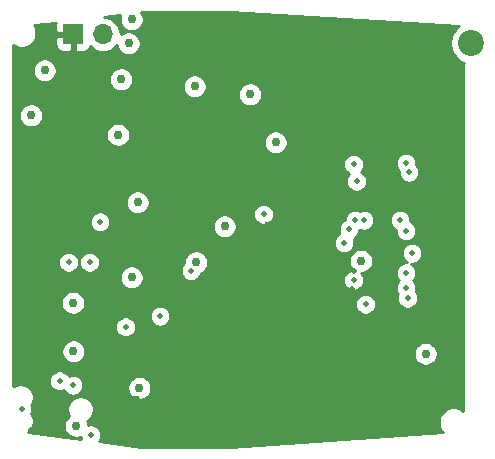
<source format=gbr>
G04 #@! TF.GenerationSoftware,KiCad,Pcbnew,(5.1.4)*
G04 #@! TF.CreationDate,2019-12-13T22:41:35+01:00*
G04 #@! TF.ProjectId,hardware,68617264-7761-4726-952e-6b696361645f,rev?*
G04 #@! TF.SameCoordinates,Original*
G04 #@! TF.FileFunction,Copper,L2,Inr*
G04 #@! TF.FilePolarity,Positive*
%FSLAX46Y46*%
G04 Gerber Fmt 4.6, Leading zero omitted, Abs format (unit mm)*
G04 Created by KiCad (PCBNEW (5.1.4)) date 2019-12-13 22:41:35*
%MOMM*%
%LPD*%
G04 APERTURE LIST*
%ADD10R,1.700000X1.700000*%
%ADD11O,1.700000X1.700000*%
%ADD12C,2.200000*%
%ADD13C,0.450000*%
%ADD14C,0.762000*%
%ADD15C,0.500000*%
%ADD16C,0.254000*%
G04 APERTURE END LIST*
D10*
X31115000Y-119380000D03*
D11*
X33655000Y-119380000D03*
D12*
X64770000Y-120142000D03*
D13*
X58293000Y-137414000D03*
D14*
X45593000Y-143764000D03*
X50800000Y-143764000D03*
X54610000Y-143764000D03*
X50673000Y-139954000D03*
D15*
X45720000Y-140208000D03*
X54737000Y-140970000D03*
X54864000Y-139446000D03*
D14*
X62357000Y-123190000D03*
X57912000Y-123190000D03*
X57912000Y-126492000D03*
X62357000Y-126619000D03*
X53467000Y-123317000D03*
X50292000Y-128651000D03*
X55245000Y-128905000D03*
X52832000Y-128778000D03*
X45212000Y-128651000D03*
X41656000Y-128651000D03*
X40259000Y-126365000D03*
X36576000Y-124968000D03*
X27813000Y-121666000D03*
X28310000Y-119253000D03*
X29210000Y-125476000D03*
X29083000Y-131064000D03*
X33147000Y-133350000D03*
X33020000Y-137033000D03*
D15*
X42545000Y-140462000D03*
D14*
X41529000Y-145161000D03*
X32639000Y-143510000D03*
X36449000Y-145669000D03*
X27432000Y-143256000D03*
D15*
X27432000Y-148463000D03*
D14*
X33401000Y-149987000D03*
X47625000Y-135636000D03*
X45593000Y-136779000D03*
X45085000Y-133604000D03*
X34925000Y-126111000D03*
X27813000Y-124079000D03*
X62357000Y-119761000D03*
X57912000Y-119761000D03*
X53467000Y-119761000D03*
X49022000Y-119761000D03*
X44577000Y-119761000D03*
X41529000Y-119761000D03*
X56515000Y-149098000D03*
X56515000Y-153035000D03*
X45466000Y-149098000D03*
X45466000Y-153035000D03*
X49149000Y-149098000D03*
X49149000Y-153035000D03*
X52832000Y-153035000D03*
X52832000Y-149098000D03*
X41529000Y-149098000D03*
X41656000Y-153035000D03*
X39370000Y-152527000D03*
D15*
X58420000Y-132715000D03*
X59563000Y-132715000D03*
X63754000Y-128778000D03*
X63754000Y-130937000D03*
X63754000Y-132842000D03*
X63754000Y-134874000D03*
X63754000Y-136906000D03*
X63754000Y-138811000D03*
X63754000Y-140843000D03*
X63754000Y-142875000D03*
X63754000Y-144780000D03*
X58420000Y-133985000D03*
X27559000Y-152908000D03*
D14*
X36449000Y-150368000D03*
X36576000Y-133604000D03*
X46101000Y-124460000D03*
X41529000Y-138684000D03*
X48260000Y-128524000D03*
X31369000Y-152527000D03*
X31149168Y-146211168D03*
X31115000Y-142113000D03*
X43942000Y-135636000D03*
X36068000Y-139954000D03*
X60960000Y-146431000D03*
X55499000Y-138557000D03*
X36721083Y-149312454D03*
D15*
X33401000Y-135255000D03*
D14*
X27559000Y-126238000D03*
X28702000Y-122428000D03*
X35179000Y-123190000D03*
X34925000Y-127889000D03*
X36068000Y-118110000D03*
X35814000Y-120142000D03*
X41402000Y-123773802D03*
D15*
X54864000Y-140208000D03*
X59309000Y-136005642D03*
X58801000Y-135128000D03*
X59309000Y-140843000D03*
X55880000Y-142240000D03*
X59309000Y-130302000D03*
X59817000Y-137922000D03*
X59309000Y-139573000D03*
X59563000Y-131064000D03*
X59436000Y-141732000D03*
X54864000Y-130385300D03*
X55118000Y-131826000D03*
X47244000Y-134620000D03*
X54991000Y-135128000D03*
X55753000Y-135128000D03*
X54483000Y-135890000D03*
X54061540Y-137026385D03*
X38481000Y-143256000D03*
X31115000Y-149098000D03*
X32639000Y-153289000D03*
X29972000Y-148717000D03*
X26797000Y-151130000D03*
X32512000Y-138684000D03*
X30734000Y-138684000D03*
X41112875Y-139377542D03*
X35560000Y-144145000D03*
D16*
G36*
X63790152Y-118710046D02*
G01*
X63664002Y-118794337D01*
X63422337Y-119036002D01*
X63232463Y-119320169D01*
X63101675Y-119635919D01*
X63035000Y-119971117D01*
X63035000Y-120312883D01*
X63101675Y-120648081D01*
X63232463Y-120963831D01*
X63422337Y-121247998D01*
X63664002Y-121489663D01*
X63948169Y-121679537D01*
X64227155Y-121795097D01*
X64218575Y-121805551D01*
X64157290Y-121920208D01*
X64119550Y-122044618D01*
X64110000Y-122141582D01*
X64110001Y-151232985D01*
X63924000Y-151108703D01*
X63695784Y-151014173D01*
X63453510Y-150965982D01*
X63206490Y-150965982D01*
X62964216Y-151014173D01*
X62736000Y-151108703D01*
X62530610Y-151245940D01*
X62355940Y-151420610D01*
X62218703Y-151626000D01*
X62124173Y-151854216D01*
X62075982Y-152096490D01*
X62075982Y-152343510D01*
X62124173Y-152585784D01*
X62218703Y-152814000D01*
X62355940Y-153019390D01*
X62417268Y-153080718D01*
X44428036Y-154280000D01*
X36871095Y-154280000D01*
X33336438Y-153838168D01*
X33423277Y-153708205D01*
X33489990Y-153547145D01*
X33524000Y-153376165D01*
X33524000Y-153201835D01*
X33489990Y-153030855D01*
X33423277Y-152869795D01*
X33326424Y-152724845D01*
X33203155Y-152601576D01*
X33058205Y-152504723D01*
X32897145Y-152438010D01*
X32726165Y-152404000D01*
X32551835Y-152404000D01*
X32385000Y-152437186D01*
X32385000Y-152426933D01*
X32345956Y-152230644D01*
X32300716Y-152121424D01*
X32470524Y-152007961D01*
X32627961Y-151850524D01*
X32751659Y-151665398D01*
X32836863Y-151459696D01*
X32880300Y-151241325D01*
X32880300Y-151018675D01*
X32836863Y-150800304D01*
X32751659Y-150594602D01*
X32627961Y-150409476D01*
X32470524Y-150252039D01*
X32285398Y-150128341D01*
X32079696Y-150043137D01*
X31861325Y-149999700D01*
X31638675Y-149999700D01*
X31420304Y-150043137D01*
X31214602Y-150128341D01*
X31029476Y-150252039D01*
X30872039Y-150409476D01*
X30748341Y-150594602D01*
X30663137Y-150800304D01*
X30619700Y-151018675D01*
X30619700Y-151241325D01*
X30663137Y-151459696D01*
X30748341Y-151665398D01*
X30773461Y-151702993D01*
X30721338Y-151737821D01*
X30579821Y-151879338D01*
X30468632Y-152045744D01*
X30392044Y-152230644D01*
X30353000Y-152426933D01*
X30353000Y-152627067D01*
X30392044Y-152823356D01*
X30468632Y-153008256D01*
X30579821Y-153174662D01*
X30721338Y-153316179D01*
X30887744Y-153427368D01*
X31072644Y-153503956D01*
X31268933Y-153543000D01*
X31469067Y-153543000D01*
X31665356Y-153503956D01*
X31770737Y-153460306D01*
X31788010Y-153547145D01*
X31830588Y-153649937D01*
X27301051Y-153083746D01*
X27390524Y-153023961D01*
X27547961Y-152866524D01*
X27671659Y-152681398D01*
X27756863Y-152475696D01*
X27800300Y-152257325D01*
X27800300Y-152034675D01*
X27756863Y-151816304D01*
X27671659Y-151610602D01*
X27600165Y-151503605D01*
X27647990Y-151388145D01*
X27682000Y-151217165D01*
X27682000Y-151042835D01*
X27647990Y-150871855D01*
X27600165Y-150756395D01*
X27671659Y-150649398D01*
X27756863Y-150443696D01*
X27800300Y-150225325D01*
X27800300Y-150002675D01*
X27756863Y-149784304D01*
X27671659Y-149578602D01*
X27547961Y-149393476D01*
X27390524Y-149236039D01*
X27205398Y-149112341D01*
X26999696Y-149027137D01*
X26781325Y-148983700D01*
X26558675Y-148983700D01*
X26340304Y-149027137D01*
X26134602Y-149112341D01*
X26060000Y-149162189D01*
X26060000Y-148629835D01*
X29087000Y-148629835D01*
X29087000Y-148804165D01*
X29121010Y-148975145D01*
X29187723Y-149136205D01*
X29284576Y-149281155D01*
X29407845Y-149404424D01*
X29552795Y-149501277D01*
X29713855Y-149567990D01*
X29884835Y-149602000D01*
X30059165Y-149602000D01*
X30230145Y-149567990D01*
X30335498Y-149524351D01*
X30427576Y-149662155D01*
X30550845Y-149785424D01*
X30695795Y-149882277D01*
X30856855Y-149948990D01*
X31027835Y-149983000D01*
X31202165Y-149983000D01*
X31373145Y-149948990D01*
X31534205Y-149882277D01*
X31679155Y-149785424D01*
X31802424Y-149662155D01*
X31899277Y-149517205D01*
X31965990Y-149356145D01*
X31994585Y-149212387D01*
X35705083Y-149212387D01*
X35705083Y-149412521D01*
X35744127Y-149608810D01*
X35820715Y-149793710D01*
X35931904Y-149960116D01*
X36073421Y-150101633D01*
X36239827Y-150212822D01*
X36424727Y-150289410D01*
X36621016Y-150328454D01*
X36821150Y-150328454D01*
X37017439Y-150289410D01*
X37202339Y-150212822D01*
X37368745Y-150101633D01*
X37510262Y-149960116D01*
X37621451Y-149793710D01*
X37698039Y-149608810D01*
X37737083Y-149412521D01*
X37737083Y-149212387D01*
X37698039Y-149016098D01*
X37621451Y-148831198D01*
X37510262Y-148664792D01*
X37368745Y-148523275D01*
X37202339Y-148412086D01*
X37017439Y-148335498D01*
X36821150Y-148296454D01*
X36621016Y-148296454D01*
X36424727Y-148335498D01*
X36239827Y-148412086D01*
X36073421Y-148523275D01*
X35931904Y-148664792D01*
X35820715Y-148831198D01*
X35744127Y-149016098D01*
X35705083Y-149212387D01*
X31994585Y-149212387D01*
X32000000Y-149185165D01*
X32000000Y-149010835D01*
X31965990Y-148839855D01*
X31899277Y-148678795D01*
X31802424Y-148533845D01*
X31679155Y-148410576D01*
X31534205Y-148313723D01*
X31373145Y-148247010D01*
X31202165Y-148213000D01*
X31027835Y-148213000D01*
X30856855Y-148247010D01*
X30751502Y-148290649D01*
X30659424Y-148152845D01*
X30536155Y-148029576D01*
X30391205Y-147932723D01*
X30230145Y-147866010D01*
X30059165Y-147832000D01*
X29884835Y-147832000D01*
X29713855Y-147866010D01*
X29552795Y-147932723D01*
X29407845Y-148029576D01*
X29284576Y-148152845D01*
X29187723Y-148297795D01*
X29121010Y-148458855D01*
X29087000Y-148629835D01*
X26060000Y-148629835D01*
X26060000Y-146111101D01*
X30133168Y-146111101D01*
X30133168Y-146311235D01*
X30172212Y-146507524D01*
X30248800Y-146692424D01*
X30359989Y-146858830D01*
X30501506Y-147000347D01*
X30667912Y-147111536D01*
X30852812Y-147188124D01*
X31049101Y-147227168D01*
X31249235Y-147227168D01*
X31445524Y-147188124D01*
X31630424Y-147111536D01*
X31796830Y-147000347D01*
X31938347Y-146858830D01*
X32049536Y-146692424D01*
X32126124Y-146507524D01*
X32161249Y-146330933D01*
X59944000Y-146330933D01*
X59944000Y-146531067D01*
X59983044Y-146727356D01*
X60059632Y-146912256D01*
X60170821Y-147078662D01*
X60312338Y-147220179D01*
X60478744Y-147331368D01*
X60663644Y-147407956D01*
X60859933Y-147447000D01*
X61060067Y-147447000D01*
X61256356Y-147407956D01*
X61441256Y-147331368D01*
X61607662Y-147220179D01*
X61749179Y-147078662D01*
X61860368Y-146912256D01*
X61936956Y-146727356D01*
X61976000Y-146531067D01*
X61976000Y-146330933D01*
X61936956Y-146134644D01*
X61860368Y-145949744D01*
X61749179Y-145783338D01*
X61607662Y-145641821D01*
X61441256Y-145530632D01*
X61256356Y-145454044D01*
X61060067Y-145415000D01*
X60859933Y-145415000D01*
X60663644Y-145454044D01*
X60478744Y-145530632D01*
X60312338Y-145641821D01*
X60170821Y-145783338D01*
X60059632Y-145949744D01*
X59983044Y-146134644D01*
X59944000Y-146330933D01*
X32161249Y-146330933D01*
X32165168Y-146311235D01*
X32165168Y-146111101D01*
X32126124Y-145914812D01*
X32049536Y-145729912D01*
X31938347Y-145563506D01*
X31796830Y-145421989D01*
X31630424Y-145310800D01*
X31445524Y-145234212D01*
X31249235Y-145195168D01*
X31049101Y-145195168D01*
X30852812Y-145234212D01*
X30667912Y-145310800D01*
X30501506Y-145421989D01*
X30359989Y-145563506D01*
X30248800Y-145729912D01*
X30172212Y-145914812D01*
X30133168Y-146111101D01*
X26060000Y-146111101D01*
X26060000Y-144057835D01*
X34675000Y-144057835D01*
X34675000Y-144232165D01*
X34709010Y-144403145D01*
X34775723Y-144564205D01*
X34872576Y-144709155D01*
X34995845Y-144832424D01*
X35140795Y-144929277D01*
X35301855Y-144995990D01*
X35472835Y-145030000D01*
X35647165Y-145030000D01*
X35818145Y-144995990D01*
X35979205Y-144929277D01*
X36124155Y-144832424D01*
X36247424Y-144709155D01*
X36344277Y-144564205D01*
X36410990Y-144403145D01*
X36445000Y-144232165D01*
X36445000Y-144057835D01*
X36410990Y-143886855D01*
X36344277Y-143725795D01*
X36247424Y-143580845D01*
X36124155Y-143457576D01*
X35979205Y-143360723D01*
X35818145Y-143294010D01*
X35647165Y-143260000D01*
X35472835Y-143260000D01*
X35301855Y-143294010D01*
X35140795Y-143360723D01*
X34995845Y-143457576D01*
X34872576Y-143580845D01*
X34775723Y-143725795D01*
X34709010Y-143886855D01*
X34675000Y-144057835D01*
X26060000Y-144057835D01*
X26060000Y-143168835D01*
X37596000Y-143168835D01*
X37596000Y-143343165D01*
X37630010Y-143514145D01*
X37696723Y-143675205D01*
X37793576Y-143820155D01*
X37916845Y-143943424D01*
X38061795Y-144040277D01*
X38222855Y-144106990D01*
X38393835Y-144141000D01*
X38568165Y-144141000D01*
X38739145Y-144106990D01*
X38900205Y-144040277D01*
X39045155Y-143943424D01*
X39168424Y-143820155D01*
X39265277Y-143675205D01*
X39331990Y-143514145D01*
X39366000Y-143343165D01*
X39366000Y-143168835D01*
X39331990Y-142997855D01*
X39265277Y-142836795D01*
X39168424Y-142691845D01*
X39045155Y-142568576D01*
X38900205Y-142471723D01*
X38739145Y-142405010D01*
X38568165Y-142371000D01*
X38393835Y-142371000D01*
X38222855Y-142405010D01*
X38061795Y-142471723D01*
X37916845Y-142568576D01*
X37793576Y-142691845D01*
X37696723Y-142836795D01*
X37630010Y-142997855D01*
X37596000Y-143168835D01*
X26060000Y-143168835D01*
X26060000Y-142012933D01*
X30099000Y-142012933D01*
X30099000Y-142213067D01*
X30138044Y-142409356D01*
X30214632Y-142594256D01*
X30325821Y-142760662D01*
X30467338Y-142902179D01*
X30633744Y-143013368D01*
X30818644Y-143089956D01*
X31014933Y-143129000D01*
X31215067Y-143129000D01*
X31411356Y-143089956D01*
X31596256Y-143013368D01*
X31762662Y-142902179D01*
X31904179Y-142760662D01*
X32015368Y-142594256D01*
X32091956Y-142409356D01*
X32131000Y-142213067D01*
X32131000Y-142152835D01*
X54995000Y-142152835D01*
X54995000Y-142327165D01*
X55029010Y-142498145D01*
X55095723Y-142659205D01*
X55192576Y-142804155D01*
X55315845Y-142927424D01*
X55460795Y-143024277D01*
X55621855Y-143090990D01*
X55792835Y-143125000D01*
X55967165Y-143125000D01*
X56138145Y-143090990D01*
X56299205Y-143024277D01*
X56444155Y-142927424D01*
X56567424Y-142804155D01*
X56664277Y-142659205D01*
X56730990Y-142498145D01*
X56765000Y-142327165D01*
X56765000Y-142152835D01*
X56730990Y-141981855D01*
X56664277Y-141820795D01*
X56567424Y-141675845D01*
X56444155Y-141552576D01*
X56299205Y-141455723D01*
X56138145Y-141389010D01*
X55967165Y-141355000D01*
X55792835Y-141355000D01*
X55621855Y-141389010D01*
X55460795Y-141455723D01*
X55315845Y-141552576D01*
X55192576Y-141675845D01*
X55095723Y-141820795D01*
X55029010Y-141981855D01*
X54995000Y-142152835D01*
X32131000Y-142152835D01*
X32131000Y-142012933D01*
X32091956Y-141816644D01*
X32015368Y-141631744D01*
X31904179Y-141465338D01*
X31762662Y-141323821D01*
X31596256Y-141212632D01*
X31411356Y-141136044D01*
X31215067Y-141097000D01*
X31014933Y-141097000D01*
X30818644Y-141136044D01*
X30633744Y-141212632D01*
X30467338Y-141323821D01*
X30325821Y-141465338D01*
X30214632Y-141631744D01*
X30138044Y-141816644D01*
X30099000Y-142012933D01*
X26060000Y-142012933D01*
X26060000Y-139853933D01*
X35052000Y-139853933D01*
X35052000Y-140054067D01*
X35091044Y-140250356D01*
X35167632Y-140435256D01*
X35278821Y-140601662D01*
X35420338Y-140743179D01*
X35586744Y-140854368D01*
X35771644Y-140930956D01*
X35967933Y-140970000D01*
X36168067Y-140970000D01*
X36364356Y-140930956D01*
X36549256Y-140854368D01*
X36715662Y-140743179D01*
X36857179Y-140601662D01*
X36968368Y-140435256D01*
X37044956Y-140250356D01*
X37084000Y-140054067D01*
X37084000Y-139853933D01*
X37044956Y-139657644D01*
X36968368Y-139472744D01*
X36857179Y-139306338D01*
X36841218Y-139290377D01*
X40227875Y-139290377D01*
X40227875Y-139464707D01*
X40261885Y-139635687D01*
X40328598Y-139796747D01*
X40425451Y-139941697D01*
X40548720Y-140064966D01*
X40693670Y-140161819D01*
X40854730Y-140228532D01*
X41025710Y-140262542D01*
X41200040Y-140262542D01*
X41371020Y-140228532D01*
X41532080Y-140161819D01*
X41593416Y-140120835D01*
X53979000Y-140120835D01*
X53979000Y-140295165D01*
X54013010Y-140466145D01*
X54079723Y-140627205D01*
X54176576Y-140772155D01*
X54299845Y-140895424D01*
X54444795Y-140992277D01*
X54605855Y-141058990D01*
X54776835Y-141093000D01*
X54951165Y-141093000D01*
X55122145Y-141058990D01*
X55283205Y-140992277D01*
X55428155Y-140895424D01*
X55551424Y-140772155D01*
X55648277Y-140627205D01*
X55714990Y-140466145D01*
X55749000Y-140295165D01*
X55749000Y-140120835D01*
X55714990Y-139949855D01*
X55648277Y-139788795D01*
X55551424Y-139643845D01*
X55480579Y-139573000D01*
X55599067Y-139573000D01*
X55795356Y-139533956D01*
X55911530Y-139485835D01*
X58424000Y-139485835D01*
X58424000Y-139660165D01*
X58458010Y-139831145D01*
X58524723Y-139992205D01*
X58621576Y-140137155D01*
X58692421Y-140208000D01*
X58621576Y-140278845D01*
X58524723Y-140423795D01*
X58458010Y-140584855D01*
X58424000Y-140755835D01*
X58424000Y-140930165D01*
X58458010Y-141101145D01*
X58524723Y-141262205D01*
X58616058Y-141398897D01*
X58585010Y-141473855D01*
X58551000Y-141644835D01*
X58551000Y-141819165D01*
X58585010Y-141990145D01*
X58651723Y-142151205D01*
X58748576Y-142296155D01*
X58871845Y-142419424D01*
X59016795Y-142516277D01*
X59177855Y-142582990D01*
X59348835Y-142617000D01*
X59523165Y-142617000D01*
X59694145Y-142582990D01*
X59855205Y-142516277D01*
X60000155Y-142419424D01*
X60123424Y-142296155D01*
X60220277Y-142151205D01*
X60286990Y-141990145D01*
X60321000Y-141819165D01*
X60321000Y-141644835D01*
X60286990Y-141473855D01*
X60220277Y-141312795D01*
X60128942Y-141176103D01*
X60159990Y-141101145D01*
X60194000Y-140930165D01*
X60194000Y-140755835D01*
X60159990Y-140584855D01*
X60093277Y-140423795D01*
X59996424Y-140278845D01*
X59925579Y-140208000D01*
X59996424Y-140137155D01*
X60093277Y-139992205D01*
X60159990Y-139831145D01*
X60194000Y-139660165D01*
X60194000Y-139485835D01*
X60159990Y-139314855D01*
X60093277Y-139153795D01*
X59996424Y-139008845D01*
X59873155Y-138885576D01*
X59755558Y-138807000D01*
X59904165Y-138807000D01*
X60075145Y-138772990D01*
X60236205Y-138706277D01*
X60381155Y-138609424D01*
X60504424Y-138486155D01*
X60601277Y-138341205D01*
X60667990Y-138180145D01*
X60702000Y-138009165D01*
X60702000Y-137834835D01*
X60667990Y-137663855D01*
X60601277Y-137502795D01*
X60504424Y-137357845D01*
X60381155Y-137234576D01*
X60236205Y-137137723D01*
X60075145Y-137071010D01*
X59904165Y-137037000D01*
X59729835Y-137037000D01*
X59558855Y-137071010D01*
X59397795Y-137137723D01*
X59252845Y-137234576D01*
X59129576Y-137357845D01*
X59032723Y-137502795D01*
X58966010Y-137663855D01*
X58932000Y-137834835D01*
X58932000Y-138009165D01*
X58966010Y-138180145D01*
X59032723Y-138341205D01*
X59129576Y-138486155D01*
X59252845Y-138609424D01*
X59370442Y-138688000D01*
X59221835Y-138688000D01*
X59050855Y-138722010D01*
X58889795Y-138788723D01*
X58744845Y-138885576D01*
X58621576Y-139008845D01*
X58524723Y-139153795D01*
X58458010Y-139314855D01*
X58424000Y-139485835D01*
X55911530Y-139485835D01*
X55980256Y-139457368D01*
X56146662Y-139346179D01*
X56288179Y-139204662D01*
X56399368Y-139038256D01*
X56475956Y-138853356D01*
X56515000Y-138657067D01*
X56515000Y-138456933D01*
X56475956Y-138260644D01*
X56399368Y-138075744D01*
X56288179Y-137909338D01*
X56146662Y-137767821D01*
X55980256Y-137656632D01*
X55795356Y-137580044D01*
X55599067Y-137541000D01*
X55398933Y-137541000D01*
X55202644Y-137580044D01*
X55017744Y-137656632D01*
X54851338Y-137767821D01*
X54709821Y-137909338D01*
X54598632Y-138075744D01*
X54522044Y-138260644D01*
X54483000Y-138456933D01*
X54483000Y-138657067D01*
X54522044Y-138853356D01*
X54598632Y-139038256D01*
X54709821Y-139204662D01*
X54828159Y-139323000D01*
X54776835Y-139323000D01*
X54605855Y-139357010D01*
X54444795Y-139423723D01*
X54299845Y-139520576D01*
X54176576Y-139643845D01*
X54079723Y-139788795D01*
X54013010Y-139949855D01*
X53979000Y-140120835D01*
X41593416Y-140120835D01*
X41677030Y-140064966D01*
X41800299Y-139941697D01*
X41897152Y-139796747D01*
X41963865Y-139635687D01*
X41970824Y-139600701D01*
X42010256Y-139584368D01*
X42176662Y-139473179D01*
X42318179Y-139331662D01*
X42429368Y-139165256D01*
X42505956Y-138980356D01*
X42545000Y-138784067D01*
X42545000Y-138583933D01*
X42505956Y-138387644D01*
X42429368Y-138202744D01*
X42318179Y-138036338D01*
X42176662Y-137894821D01*
X42010256Y-137783632D01*
X41825356Y-137707044D01*
X41629067Y-137668000D01*
X41428933Y-137668000D01*
X41232644Y-137707044D01*
X41047744Y-137783632D01*
X40881338Y-137894821D01*
X40739821Y-138036338D01*
X40628632Y-138202744D01*
X40552044Y-138387644D01*
X40513000Y-138583933D01*
X40513000Y-138725838D01*
X40425451Y-138813387D01*
X40328598Y-138958337D01*
X40261885Y-139119397D01*
X40227875Y-139290377D01*
X36841218Y-139290377D01*
X36715662Y-139164821D01*
X36549256Y-139053632D01*
X36364356Y-138977044D01*
X36168067Y-138938000D01*
X35967933Y-138938000D01*
X35771644Y-138977044D01*
X35586744Y-139053632D01*
X35420338Y-139164821D01*
X35278821Y-139306338D01*
X35167632Y-139472744D01*
X35091044Y-139657644D01*
X35052000Y-139853933D01*
X26060000Y-139853933D01*
X26060000Y-138596835D01*
X29849000Y-138596835D01*
X29849000Y-138771165D01*
X29883010Y-138942145D01*
X29949723Y-139103205D01*
X30046576Y-139248155D01*
X30169845Y-139371424D01*
X30314795Y-139468277D01*
X30475855Y-139534990D01*
X30646835Y-139569000D01*
X30821165Y-139569000D01*
X30992145Y-139534990D01*
X31153205Y-139468277D01*
X31298155Y-139371424D01*
X31421424Y-139248155D01*
X31518277Y-139103205D01*
X31584990Y-138942145D01*
X31619000Y-138771165D01*
X31619000Y-138596835D01*
X31627000Y-138596835D01*
X31627000Y-138771165D01*
X31661010Y-138942145D01*
X31727723Y-139103205D01*
X31824576Y-139248155D01*
X31947845Y-139371424D01*
X32092795Y-139468277D01*
X32253855Y-139534990D01*
X32424835Y-139569000D01*
X32599165Y-139569000D01*
X32770145Y-139534990D01*
X32931205Y-139468277D01*
X33076155Y-139371424D01*
X33199424Y-139248155D01*
X33296277Y-139103205D01*
X33362990Y-138942145D01*
X33397000Y-138771165D01*
X33397000Y-138596835D01*
X33362990Y-138425855D01*
X33296277Y-138264795D01*
X33199424Y-138119845D01*
X33076155Y-137996576D01*
X32931205Y-137899723D01*
X32770145Y-137833010D01*
X32599165Y-137799000D01*
X32424835Y-137799000D01*
X32253855Y-137833010D01*
X32092795Y-137899723D01*
X31947845Y-137996576D01*
X31824576Y-138119845D01*
X31727723Y-138264795D01*
X31661010Y-138425855D01*
X31627000Y-138596835D01*
X31619000Y-138596835D01*
X31584990Y-138425855D01*
X31518277Y-138264795D01*
X31421424Y-138119845D01*
X31298155Y-137996576D01*
X31153205Y-137899723D01*
X30992145Y-137833010D01*
X30821165Y-137799000D01*
X30646835Y-137799000D01*
X30475855Y-137833010D01*
X30314795Y-137899723D01*
X30169845Y-137996576D01*
X30046576Y-138119845D01*
X29949723Y-138264795D01*
X29883010Y-138425855D01*
X29849000Y-138596835D01*
X26060000Y-138596835D01*
X26060000Y-136939220D01*
X53176540Y-136939220D01*
X53176540Y-137113550D01*
X53210550Y-137284530D01*
X53277263Y-137445590D01*
X53374116Y-137590540D01*
X53497385Y-137713809D01*
X53642335Y-137810662D01*
X53803395Y-137877375D01*
X53974375Y-137911385D01*
X54148705Y-137911385D01*
X54319685Y-137877375D01*
X54480745Y-137810662D01*
X54625695Y-137713809D01*
X54748964Y-137590540D01*
X54845817Y-137445590D01*
X54912530Y-137284530D01*
X54946540Y-137113550D01*
X54946540Y-136939220D01*
X54912530Y-136768240D01*
X54877797Y-136684387D01*
X54902205Y-136674277D01*
X55047155Y-136577424D01*
X55170424Y-136454155D01*
X55267277Y-136309205D01*
X55333990Y-136148145D01*
X55368000Y-135977165D01*
X55368000Y-135929759D01*
X55372000Y-135928102D01*
X55494855Y-135978990D01*
X55665835Y-136013000D01*
X55840165Y-136013000D01*
X56011145Y-135978990D01*
X56172205Y-135912277D01*
X56317155Y-135815424D01*
X56440424Y-135692155D01*
X56537277Y-135547205D01*
X56603990Y-135386145D01*
X56638000Y-135215165D01*
X56638000Y-135040835D01*
X57916000Y-135040835D01*
X57916000Y-135215165D01*
X57950010Y-135386145D01*
X58016723Y-135547205D01*
X58113576Y-135692155D01*
X58236845Y-135815424D01*
X58381795Y-135912277D01*
X58424000Y-135929759D01*
X58424000Y-136092807D01*
X58458010Y-136263787D01*
X58524723Y-136424847D01*
X58621576Y-136569797D01*
X58744845Y-136693066D01*
X58889795Y-136789919D01*
X59050855Y-136856632D01*
X59221835Y-136890642D01*
X59396165Y-136890642D01*
X59567145Y-136856632D01*
X59728205Y-136789919D01*
X59873155Y-136693066D01*
X59996424Y-136569797D01*
X60093277Y-136424847D01*
X60159990Y-136263787D01*
X60194000Y-136092807D01*
X60194000Y-135918477D01*
X60159990Y-135747497D01*
X60093277Y-135586437D01*
X59996424Y-135441487D01*
X59873155Y-135318218D01*
X59728205Y-135221365D01*
X59686000Y-135203883D01*
X59686000Y-135040835D01*
X59651990Y-134869855D01*
X59585277Y-134708795D01*
X59488424Y-134563845D01*
X59365155Y-134440576D01*
X59220205Y-134343723D01*
X59059145Y-134277010D01*
X58888165Y-134243000D01*
X58713835Y-134243000D01*
X58542855Y-134277010D01*
X58381795Y-134343723D01*
X58236845Y-134440576D01*
X58113576Y-134563845D01*
X58016723Y-134708795D01*
X57950010Y-134869855D01*
X57916000Y-135040835D01*
X56638000Y-135040835D01*
X56603990Y-134869855D01*
X56537277Y-134708795D01*
X56440424Y-134563845D01*
X56317155Y-134440576D01*
X56172205Y-134343723D01*
X56011145Y-134277010D01*
X55840165Y-134243000D01*
X55665835Y-134243000D01*
X55494855Y-134277010D01*
X55372000Y-134327898D01*
X55249145Y-134277010D01*
X55078165Y-134243000D01*
X54903835Y-134243000D01*
X54732855Y-134277010D01*
X54571795Y-134343723D01*
X54426845Y-134440576D01*
X54303576Y-134563845D01*
X54206723Y-134708795D01*
X54140010Y-134869855D01*
X54106000Y-135040835D01*
X54106000Y-135088241D01*
X54063795Y-135105723D01*
X53918845Y-135202576D01*
X53795576Y-135325845D01*
X53698723Y-135470795D01*
X53632010Y-135631855D01*
X53598000Y-135802835D01*
X53598000Y-135977165D01*
X53632010Y-136148145D01*
X53666743Y-136231998D01*
X53642335Y-136242108D01*
X53497385Y-136338961D01*
X53374116Y-136462230D01*
X53277263Y-136607180D01*
X53210550Y-136768240D01*
X53176540Y-136939220D01*
X26060000Y-136939220D01*
X26060000Y-135167835D01*
X32516000Y-135167835D01*
X32516000Y-135342165D01*
X32550010Y-135513145D01*
X32616723Y-135674205D01*
X32713576Y-135819155D01*
X32836845Y-135942424D01*
X32981795Y-136039277D01*
X33142855Y-136105990D01*
X33313835Y-136140000D01*
X33488165Y-136140000D01*
X33659145Y-136105990D01*
X33820205Y-136039277D01*
X33965155Y-135942424D01*
X34088424Y-135819155D01*
X34185277Y-135674205D01*
X34242550Y-135535933D01*
X42926000Y-135535933D01*
X42926000Y-135736067D01*
X42965044Y-135932356D01*
X43041632Y-136117256D01*
X43152821Y-136283662D01*
X43294338Y-136425179D01*
X43460744Y-136536368D01*
X43645644Y-136612956D01*
X43841933Y-136652000D01*
X44042067Y-136652000D01*
X44238356Y-136612956D01*
X44423256Y-136536368D01*
X44589662Y-136425179D01*
X44731179Y-136283662D01*
X44842368Y-136117256D01*
X44918956Y-135932356D01*
X44958000Y-135736067D01*
X44958000Y-135535933D01*
X44918956Y-135339644D01*
X44842368Y-135154744D01*
X44731179Y-134988338D01*
X44589662Y-134846821D01*
X44423256Y-134735632D01*
X44238356Y-134659044D01*
X44042067Y-134620000D01*
X43841933Y-134620000D01*
X43645644Y-134659044D01*
X43460744Y-134735632D01*
X43294338Y-134846821D01*
X43152821Y-134988338D01*
X43041632Y-135154744D01*
X42965044Y-135339644D01*
X42926000Y-135535933D01*
X34242550Y-135535933D01*
X34251990Y-135513145D01*
X34286000Y-135342165D01*
X34286000Y-135167835D01*
X34251990Y-134996855D01*
X34185277Y-134835795D01*
X34088424Y-134690845D01*
X33965155Y-134567576D01*
X33820205Y-134470723D01*
X33659145Y-134404010D01*
X33488165Y-134370000D01*
X33313835Y-134370000D01*
X33142855Y-134404010D01*
X32981795Y-134470723D01*
X32836845Y-134567576D01*
X32713576Y-134690845D01*
X32616723Y-134835795D01*
X32550010Y-134996855D01*
X32516000Y-135167835D01*
X26060000Y-135167835D01*
X26060000Y-133503933D01*
X35560000Y-133503933D01*
X35560000Y-133704067D01*
X35599044Y-133900356D01*
X35675632Y-134085256D01*
X35786821Y-134251662D01*
X35928338Y-134393179D01*
X36094744Y-134504368D01*
X36279644Y-134580956D01*
X36475933Y-134620000D01*
X36676067Y-134620000D01*
X36872356Y-134580956D01*
X36988530Y-134532835D01*
X46359000Y-134532835D01*
X46359000Y-134707165D01*
X46393010Y-134878145D01*
X46459723Y-135039205D01*
X46556576Y-135184155D01*
X46679845Y-135307424D01*
X46824795Y-135404277D01*
X46985855Y-135470990D01*
X47156835Y-135505000D01*
X47331165Y-135505000D01*
X47502145Y-135470990D01*
X47663205Y-135404277D01*
X47808155Y-135307424D01*
X47931424Y-135184155D01*
X48028277Y-135039205D01*
X48094990Y-134878145D01*
X48129000Y-134707165D01*
X48129000Y-134532835D01*
X48094990Y-134361855D01*
X48028277Y-134200795D01*
X47931424Y-134055845D01*
X47808155Y-133932576D01*
X47663205Y-133835723D01*
X47502145Y-133769010D01*
X47331165Y-133735000D01*
X47156835Y-133735000D01*
X46985855Y-133769010D01*
X46824795Y-133835723D01*
X46679845Y-133932576D01*
X46556576Y-134055845D01*
X46459723Y-134200795D01*
X46393010Y-134361855D01*
X46359000Y-134532835D01*
X36988530Y-134532835D01*
X37057256Y-134504368D01*
X37223662Y-134393179D01*
X37365179Y-134251662D01*
X37476368Y-134085256D01*
X37552956Y-133900356D01*
X37592000Y-133704067D01*
X37592000Y-133503933D01*
X37552956Y-133307644D01*
X37476368Y-133122744D01*
X37365179Y-132956338D01*
X37223662Y-132814821D01*
X37057256Y-132703632D01*
X36872356Y-132627044D01*
X36676067Y-132588000D01*
X36475933Y-132588000D01*
X36279644Y-132627044D01*
X36094744Y-132703632D01*
X35928338Y-132814821D01*
X35786821Y-132956338D01*
X35675632Y-133122744D01*
X35599044Y-133307644D01*
X35560000Y-133503933D01*
X26060000Y-133503933D01*
X26060000Y-130298135D01*
X53979000Y-130298135D01*
X53979000Y-130472465D01*
X54013010Y-130643445D01*
X54079723Y-130804505D01*
X54176576Y-130949455D01*
X54299845Y-131072724D01*
X54444795Y-131169577D01*
X54499984Y-131192437D01*
X54430576Y-131261845D01*
X54333723Y-131406795D01*
X54267010Y-131567855D01*
X54233000Y-131738835D01*
X54233000Y-131913165D01*
X54267010Y-132084145D01*
X54333723Y-132245205D01*
X54430576Y-132390155D01*
X54553845Y-132513424D01*
X54698795Y-132610277D01*
X54859855Y-132676990D01*
X55030835Y-132711000D01*
X55205165Y-132711000D01*
X55376145Y-132676990D01*
X55537205Y-132610277D01*
X55682155Y-132513424D01*
X55805424Y-132390155D01*
X55902277Y-132245205D01*
X55968990Y-132084145D01*
X56003000Y-131913165D01*
X56003000Y-131738835D01*
X55968990Y-131567855D01*
X55902277Y-131406795D01*
X55805424Y-131261845D01*
X55682155Y-131138576D01*
X55537205Y-131041723D01*
X55482016Y-131018863D01*
X55551424Y-130949455D01*
X55648277Y-130804505D01*
X55714990Y-130643445D01*
X55749000Y-130472465D01*
X55749000Y-130298135D01*
X55732431Y-130214835D01*
X58424000Y-130214835D01*
X58424000Y-130389165D01*
X58458010Y-130560145D01*
X58524723Y-130721205D01*
X58621576Y-130866155D01*
X58687002Y-130931581D01*
X58678000Y-130976835D01*
X58678000Y-131151165D01*
X58712010Y-131322145D01*
X58778723Y-131483205D01*
X58875576Y-131628155D01*
X58998845Y-131751424D01*
X59143795Y-131848277D01*
X59304855Y-131914990D01*
X59475835Y-131949000D01*
X59650165Y-131949000D01*
X59821145Y-131914990D01*
X59982205Y-131848277D01*
X60127155Y-131751424D01*
X60250424Y-131628155D01*
X60347277Y-131483205D01*
X60413990Y-131322145D01*
X60448000Y-131151165D01*
X60448000Y-130976835D01*
X60413990Y-130805855D01*
X60347277Y-130644795D01*
X60250424Y-130499845D01*
X60184998Y-130434419D01*
X60194000Y-130389165D01*
X60194000Y-130214835D01*
X60159990Y-130043855D01*
X60093277Y-129882795D01*
X59996424Y-129737845D01*
X59873155Y-129614576D01*
X59728205Y-129517723D01*
X59567145Y-129451010D01*
X59396165Y-129417000D01*
X59221835Y-129417000D01*
X59050855Y-129451010D01*
X58889795Y-129517723D01*
X58744845Y-129614576D01*
X58621576Y-129737845D01*
X58524723Y-129882795D01*
X58458010Y-130043855D01*
X58424000Y-130214835D01*
X55732431Y-130214835D01*
X55714990Y-130127155D01*
X55648277Y-129966095D01*
X55551424Y-129821145D01*
X55428155Y-129697876D01*
X55283205Y-129601023D01*
X55122145Y-129534310D01*
X54951165Y-129500300D01*
X54776835Y-129500300D01*
X54605855Y-129534310D01*
X54444795Y-129601023D01*
X54299845Y-129697876D01*
X54176576Y-129821145D01*
X54079723Y-129966095D01*
X54013010Y-130127155D01*
X53979000Y-130298135D01*
X26060000Y-130298135D01*
X26060000Y-127788933D01*
X33909000Y-127788933D01*
X33909000Y-127989067D01*
X33948044Y-128185356D01*
X34024632Y-128370256D01*
X34135821Y-128536662D01*
X34277338Y-128678179D01*
X34443744Y-128789368D01*
X34628644Y-128865956D01*
X34824933Y-128905000D01*
X35025067Y-128905000D01*
X35221356Y-128865956D01*
X35406256Y-128789368D01*
X35572662Y-128678179D01*
X35714179Y-128536662D01*
X35789502Y-128423933D01*
X47244000Y-128423933D01*
X47244000Y-128624067D01*
X47283044Y-128820356D01*
X47359632Y-129005256D01*
X47470821Y-129171662D01*
X47612338Y-129313179D01*
X47778744Y-129424368D01*
X47963644Y-129500956D01*
X48159933Y-129540000D01*
X48360067Y-129540000D01*
X48556356Y-129500956D01*
X48741256Y-129424368D01*
X48907662Y-129313179D01*
X49049179Y-129171662D01*
X49160368Y-129005256D01*
X49236956Y-128820356D01*
X49276000Y-128624067D01*
X49276000Y-128423933D01*
X49236956Y-128227644D01*
X49160368Y-128042744D01*
X49049179Y-127876338D01*
X48907662Y-127734821D01*
X48741256Y-127623632D01*
X48556356Y-127547044D01*
X48360067Y-127508000D01*
X48159933Y-127508000D01*
X47963644Y-127547044D01*
X47778744Y-127623632D01*
X47612338Y-127734821D01*
X47470821Y-127876338D01*
X47359632Y-128042744D01*
X47283044Y-128227644D01*
X47244000Y-128423933D01*
X35789502Y-128423933D01*
X35825368Y-128370256D01*
X35901956Y-128185356D01*
X35941000Y-127989067D01*
X35941000Y-127788933D01*
X35901956Y-127592644D01*
X35825368Y-127407744D01*
X35714179Y-127241338D01*
X35572662Y-127099821D01*
X35406256Y-126988632D01*
X35221356Y-126912044D01*
X35025067Y-126873000D01*
X34824933Y-126873000D01*
X34628644Y-126912044D01*
X34443744Y-126988632D01*
X34277338Y-127099821D01*
X34135821Y-127241338D01*
X34024632Y-127407744D01*
X33948044Y-127592644D01*
X33909000Y-127788933D01*
X26060000Y-127788933D01*
X26060000Y-126137933D01*
X26543000Y-126137933D01*
X26543000Y-126338067D01*
X26582044Y-126534356D01*
X26658632Y-126719256D01*
X26769821Y-126885662D01*
X26911338Y-127027179D01*
X27077744Y-127138368D01*
X27262644Y-127214956D01*
X27458933Y-127254000D01*
X27659067Y-127254000D01*
X27855356Y-127214956D01*
X28040256Y-127138368D01*
X28206662Y-127027179D01*
X28348179Y-126885662D01*
X28459368Y-126719256D01*
X28535956Y-126534356D01*
X28575000Y-126338067D01*
X28575000Y-126137933D01*
X28535956Y-125941644D01*
X28459368Y-125756744D01*
X28348179Y-125590338D01*
X28206662Y-125448821D01*
X28040256Y-125337632D01*
X27855356Y-125261044D01*
X27659067Y-125222000D01*
X27458933Y-125222000D01*
X27262644Y-125261044D01*
X27077744Y-125337632D01*
X26911338Y-125448821D01*
X26769821Y-125590338D01*
X26658632Y-125756744D01*
X26582044Y-125941644D01*
X26543000Y-126137933D01*
X26060000Y-126137933D01*
X26060000Y-122327933D01*
X27686000Y-122327933D01*
X27686000Y-122528067D01*
X27725044Y-122724356D01*
X27801632Y-122909256D01*
X27912821Y-123075662D01*
X28054338Y-123217179D01*
X28220744Y-123328368D01*
X28405644Y-123404956D01*
X28601933Y-123444000D01*
X28802067Y-123444000D01*
X28998356Y-123404956D01*
X29183256Y-123328368D01*
X29349662Y-123217179D01*
X29476908Y-123089933D01*
X34163000Y-123089933D01*
X34163000Y-123290067D01*
X34202044Y-123486356D01*
X34278632Y-123671256D01*
X34389821Y-123837662D01*
X34531338Y-123979179D01*
X34697744Y-124090368D01*
X34882644Y-124166956D01*
X35078933Y-124206000D01*
X35279067Y-124206000D01*
X35475356Y-124166956D01*
X35660256Y-124090368D01*
X35826662Y-123979179D01*
X35968179Y-123837662D01*
X36077711Y-123673735D01*
X40386000Y-123673735D01*
X40386000Y-123873869D01*
X40425044Y-124070158D01*
X40501632Y-124255058D01*
X40612821Y-124421464D01*
X40754338Y-124562981D01*
X40920744Y-124674170D01*
X41105644Y-124750758D01*
X41301933Y-124789802D01*
X41502067Y-124789802D01*
X41698356Y-124750758D01*
X41883256Y-124674170D01*
X42049662Y-124562981D01*
X42191179Y-124421464D01*
X42232292Y-124359933D01*
X45085000Y-124359933D01*
X45085000Y-124560067D01*
X45124044Y-124756356D01*
X45200632Y-124941256D01*
X45311821Y-125107662D01*
X45453338Y-125249179D01*
X45619744Y-125360368D01*
X45804644Y-125436956D01*
X46000933Y-125476000D01*
X46201067Y-125476000D01*
X46397356Y-125436956D01*
X46582256Y-125360368D01*
X46748662Y-125249179D01*
X46890179Y-125107662D01*
X47001368Y-124941256D01*
X47077956Y-124756356D01*
X47117000Y-124560067D01*
X47117000Y-124359933D01*
X47077956Y-124163644D01*
X47001368Y-123978744D01*
X46890179Y-123812338D01*
X46748662Y-123670821D01*
X46582256Y-123559632D01*
X46397356Y-123483044D01*
X46201067Y-123444000D01*
X46000933Y-123444000D01*
X45804644Y-123483044D01*
X45619744Y-123559632D01*
X45453338Y-123670821D01*
X45311821Y-123812338D01*
X45200632Y-123978744D01*
X45124044Y-124163644D01*
X45085000Y-124359933D01*
X42232292Y-124359933D01*
X42302368Y-124255058D01*
X42378956Y-124070158D01*
X42418000Y-123873869D01*
X42418000Y-123673735D01*
X42378956Y-123477446D01*
X42302368Y-123292546D01*
X42191179Y-123126140D01*
X42049662Y-122984623D01*
X41883256Y-122873434D01*
X41698356Y-122796846D01*
X41502067Y-122757802D01*
X41301933Y-122757802D01*
X41105644Y-122796846D01*
X40920744Y-122873434D01*
X40754338Y-122984623D01*
X40612821Y-123126140D01*
X40501632Y-123292546D01*
X40425044Y-123477446D01*
X40386000Y-123673735D01*
X36077711Y-123673735D01*
X36079368Y-123671256D01*
X36155956Y-123486356D01*
X36195000Y-123290067D01*
X36195000Y-123089933D01*
X36155956Y-122893644D01*
X36079368Y-122708744D01*
X35968179Y-122542338D01*
X35826662Y-122400821D01*
X35660256Y-122289632D01*
X35475356Y-122213044D01*
X35279067Y-122174000D01*
X35078933Y-122174000D01*
X34882644Y-122213044D01*
X34697744Y-122289632D01*
X34531338Y-122400821D01*
X34389821Y-122542338D01*
X34278632Y-122708744D01*
X34202044Y-122893644D01*
X34163000Y-123089933D01*
X29476908Y-123089933D01*
X29491179Y-123075662D01*
X29602368Y-122909256D01*
X29678956Y-122724356D01*
X29718000Y-122528067D01*
X29718000Y-122327933D01*
X29678956Y-122131644D01*
X29602368Y-121946744D01*
X29491179Y-121780338D01*
X29349662Y-121638821D01*
X29183256Y-121527632D01*
X28998356Y-121451044D01*
X28802067Y-121412000D01*
X28601933Y-121412000D01*
X28405644Y-121451044D01*
X28220744Y-121527632D01*
X28054338Y-121638821D01*
X27912821Y-121780338D01*
X27801632Y-121946744D01*
X27725044Y-122131644D01*
X27686000Y-122327933D01*
X26060000Y-122327933D01*
X26060000Y-120320470D01*
X26166000Y-120391297D01*
X26394216Y-120485827D01*
X26636490Y-120534018D01*
X26883510Y-120534018D01*
X27125784Y-120485827D01*
X27354000Y-120391297D01*
X27559390Y-120254060D01*
X27583450Y-120230000D01*
X29626928Y-120230000D01*
X29639188Y-120354482D01*
X29675498Y-120474180D01*
X29734463Y-120584494D01*
X29813815Y-120681185D01*
X29910506Y-120760537D01*
X30020820Y-120819502D01*
X30140518Y-120855812D01*
X30265000Y-120868072D01*
X30829250Y-120865000D01*
X30988000Y-120706250D01*
X30988000Y-119507000D01*
X29788750Y-119507000D01*
X29630000Y-119665750D01*
X29626928Y-120230000D01*
X27583450Y-120230000D01*
X27734060Y-120079390D01*
X27871297Y-119874000D01*
X27965827Y-119645784D01*
X28014018Y-119403510D01*
X28014018Y-119156490D01*
X27965827Y-118914216D01*
X27871297Y-118686000D01*
X27833664Y-118629678D01*
X29639671Y-118403927D01*
X29639188Y-118405518D01*
X29626928Y-118530000D01*
X29630000Y-119094250D01*
X29788750Y-119253000D01*
X30988000Y-119253000D01*
X30988000Y-119233000D01*
X31242000Y-119233000D01*
X31242000Y-119253000D01*
X31262000Y-119253000D01*
X31262000Y-119507000D01*
X31242000Y-119507000D01*
X31242000Y-120706250D01*
X31400750Y-120865000D01*
X31965000Y-120868072D01*
X32089482Y-120855812D01*
X32209180Y-120819502D01*
X32319494Y-120760537D01*
X32416185Y-120681185D01*
X32495537Y-120584494D01*
X32554502Y-120474180D01*
X32575393Y-120405313D01*
X32599866Y-120435134D01*
X32825986Y-120620706D01*
X33083966Y-120758599D01*
X33363889Y-120843513D01*
X33582050Y-120865000D01*
X33727950Y-120865000D01*
X33946111Y-120843513D01*
X34226034Y-120758599D01*
X34484014Y-120620706D01*
X34710134Y-120435134D01*
X34811769Y-120311291D01*
X34837044Y-120438356D01*
X34913632Y-120623256D01*
X35024821Y-120789662D01*
X35166338Y-120931179D01*
X35332744Y-121042368D01*
X35517644Y-121118956D01*
X35713933Y-121158000D01*
X35914067Y-121158000D01*
X36110356Y-121118956D01*
X36295256Y-121042368D01*
X36461662Y-120931179D01*
X36603179Y-120789662D01*
X36714368Y-120623256D01*
X36790956Y-120438356D01*
X36830000Y-120242067D01*
X36830000Y-120041933D01*
X36790956Y-119845644D01*
X36714368Y-119660744D01*
X36603179Y-119494338D01*
X36461662Y-119352821D01*
X36295256Y-119241632D01*
X36110356Y-119165044D01*
X35914067Y-119126000D01*
X35713933Y-119126000D01*
X35517644Y-119165044D01*
X35332744Y-119241632D01*
X35166338Y-119352821D01*
X35146465Y-119372694D01*
X35118513Y-119088889D01*
X35033599Y-118808966D01*
X34895706Y-118550986D01*
X34710134Y-118324866D01*
X34484014Y-118139294D01*
X34226034Y-118001401D01*
X33946111Y-117916487D01*
X33727950Y-117895000D01*
X33711092Y-117895000D01*
X35130856Y-117717530D01*
X35091044Y-117813644D01*
X35052000Y-118009933D01*
X35052000Y-118210067D01*
X35091044Y-118406356D01*
X35167632Y-118591256D01*
X35278821Y-118757662D01*
X35420338Y-118899179D01*
X35586744Y-119010368D01*
X35771644Y-119086956D01*
X35967933Y-119126000D01*
X36168067Y-119126000D01*
X36364356Y-119086956D01*
X36549256Y-119010368D01*
X36715662Y-118899179D01*
X36857179Y-118757662D01*
X36968368Y-118591256D01*
X37044956Y-118406356D01*
X37084000Y-118210067D01*
X37084000Y-118009933D01*
X37044956Y-117813644D01*
X36968368Y-117628744D01*
X36882344Y-117500000D01*
X44429403Y-117500000D01*
X63790152Y-118710046D01*
X63790152Y-118710046D01*
G37*
X63790152Y-118710046D02*
X63664002Y-118794337D01*
X63422337Y-119036002D01*
X63232463Y-119320169D01*
X63101675Y-119635919D01*
X63035000Y-119971117D01*
X63035000Y-120312883D01*
X63101675Y-120648081D01*
X63232463Y-120963831D01*
X63422337Y-121247998D01*
X63664002Y-121489663D01*
X63948169Y-121679537D01*
X64227155Y-121795097D01*
X64218575Y-121805551D01*
X64157290Y-121920208D01*
X64119550Y-122044618D01*
X64110000Y-122141582D01*
X64110001Y-151232985D01*
X63924000Y-151108703D01*
X63695784Y-151014173D01*
X63453510Y-150965982D01*
X63206490Y-150965982D01*
X62964216Y-151014173D01*
X62736000Y-151108703D01*
X62530610Y-151245940D01*
X62355940Y-151420610D01*
X62218703Y-151626000D01*
X62124173Y-151854216D01*
X62075982Y-152096490D01*
X62075982Y-152343510D01*
X62124173Y-152585784D01*
X62218703Y-152814000D01*
X62355940Y-153019390D01*
X62417268Y-153080718D01*
X44428036Y-154280000D01*
X36871095Y-154280000D01*
X33336438Y-153838168D01*
X33423277Y-153708205D01*
X33489990Y-153547145D01*
X33524000Y-153376165D01*
X33524000Y-153201835D01*
X33489990Y-153030855D01*
X33423277Y-152869795D01*
X33326424Y-152724845D01*
X33203155Y-152601576D01*
X33058205Y-152504723D01*
X32897145Y-152438010D01*
X32726165Y-152404000D01*
X32551835Y-152404000D01*
X32385000Y-152437186D01*
X32385000Y-152426933D01*
X32345956Y-152230644D01*
X32300716Y-152121424D01*
X32470524Y-152007961D01*
X32627961Y-151850524D01*
X32751659Y-151665398D01*
X32836863Y-151459696D01*
X32880300Y-151241325D01*
X32880300Y-151018675D01*
X32836863Y-150800304D01*
X32751659Y-150594602D01*
X32627961Y-150409476D01*
X32470524Y-150252039D01*
X32285398Y-150128341D01*
X32079696Y-150043137D01*
X31861325Y-149999700D01*
X31638675Y-149999700D01*
X31420304Y-150043137D01*
X31214602Y-150128341D01*
X31029476Y-150252039D01*
X30872039Y-150409476D01*
X30748341Y-150594602D01*
X30663137Y-150800304D01*
X30619700Y-151018675D01*
X30619700Y-151241325D01*
X30663137Y-151459696D01*
X30748341Y-151665398D01*
X30773461Y-151702993D01*
X30721338Y-151737821D01*
X30579821Y-151879338D01*
X30468632Y-152045744D01*
X30392044Y-152230644D01*
X30353000Y-152426933D01*
X30353000Y-152627067D01*
X30392044Y-152823356D01*
X30468632Y-153008256D01*
X30579821Y-153174662D01*
X30721338Y-153316179D01*
X30887744Y-153427368D01*
X31072644Y-153503956D01*
X31268933Y-153543000D01*
X31469067Y-153543000D01*
X31665356Y-153503956D01*
X31770737Y-153460306D01*
X31788010Y-153547145D01*
X31830588Y-153649937D01*
X27301051Y-153083746D01*
X27390524Y-153023961D01*
X27547961Y-152866524D01*
X27671659Y-152681398D01*
X27756863Y-152475696D01*
X27800300Y-152257325D01*
X27800300Y-152034675D01*
X27756863Y-151816304D01*
X27671659Y-151610602D01*
X27600165Y-151503605D01*
X27647990Y-151388145D01*
X27682000Y-151217165D01*
X27682000Y-151042835D01*
X27647990Y-150871855D01*
X27600165Y-150756395D01*
X27671659Y-150649398D01*
X27756863Y-150443696D01*
X27800300Y-150225325D01*
X27800300Y-150002675D01*
X27756863Y-149784304D01*
X27671659Y-149578602D01*
X27547961Y-149393476D01*
X27390524Y-149236039D01*
X27205398Y-149112341D01*
X26999696Y-149027137D01*
X26781325Y-148983700D01*
X26558675Y-148983700D01*
X26340304Y-149027137D01*
X26134602Y-149112341D01*
X26060000Y-149162189D01*
X26060000Y-148629835D01*
X29087000Y-148629835D01*
X29087000Y-148804165D01*
X29121010Y-148975145D01*
X29187723Y-149136205D01*
X29284576Y-149281155D01*
X29407845Y-149404424D01*
X29552795Y-149501277D01*
X29713855Y-149567990D01*
X29884835Y-149602000D01*
X30059165Y-149602000D01*
X30230145Y-149567990D01*
X30335498Y-149524351D01*
X30427576Y-149662155D01*
X30550845Y-149785424D01*
X30695795Y-149882277D01*
X30856855Y-149948990D01*
X31027835Y-149983000D01*
X31202165Y-149983000D01*
X31373145Y-149948990D01*
X31534205Y-149882277D01*
X31679155Y-149785424D01*
X31802424Y-149662155D01*
X31899277Y-149517205D01*
X31965990Y-149356145D01*
X31994585Y-149212387D01*
X35705083Y-149212387D01*
X35705083Y-149412521D01*
X35744127Y-149608810D01*
X35820715Y-149793710D01*
X35931904Y-149960116D01*
X36073421Y-150101633D01*
X36239827Y-150212822D01*
X36424727Y-150289410D01*
X36621016Y-150328454D01*
X36821150Y-150328454D01*
X37017439Y-150289410D01*
X37202339Y-150212822D01*
X37368745Y-150101633D01*
X37510262Y-149960116D01*
X37621451Y-149793710D01*
X37698039Y-149608810D01*
X37737083Y-149412521D01*
X37737083Y-149212387D01*
X37698039Y-149016098D01*
X37621451Y-148831198D01*
X37510262Y-148664792D01*
X37368745Y-148523275D01*
X37202339Y-148412086D01*
X37017439Y-148335498D01*
X36821150Y-148296454D01*
X36621016Y-148296454D01*
X36424727Y-148335498D01*
X36239827Y-148412086D01*
X36073421Y-148523275D01*
X35931904Y-148664792D01*
X35820715Y-148831198D01*
X35744127Y-149016098D01*
X35705083Y-149212387D01*
X31994585Y-149212387D01*
X32000000Y-149185165D01*
X32000000Y-149010835D01*
X31965990Y-148839855D01*
X31899277Y-148678795D01*
X31802424Y-148533845D01*
X31679155Y-148410576D01*
X31534205Y-148313723D01*
X31373145Y-148247010D01*
X31202165Y-148213000D01*
X31027835Y-148213000D01*
X30856855Y-148247010D01*
X30751502Y-148290649D01*
X30659424Y-148152845D01*
X30536155Y-148029576D01*
X30391205Y-147932723D01*
X30230145Y-147866010D01*
X30059165Y-147832000D01*
X29884835Y-147832000D01*
X29713855Y-147866010D01*
X29552795Y-147932723D01*
X29407845Y-148029576D01*
X29284576Y-148152845D01*
X29187723Y-148297795D01*
X29121010Y-148458855D01*
X29087000Y-148629835D01*
X26060000Y-148629835D01*
X26060000Y-146111101D01*
X30133168Y-146111101D01*
X30133168Y-146311235D01*
X30172212Y-146507524D01*
X30248800Y-146692424D01*
X30359989Y-146858830D01*
X30501506Y-147000347D01*
X30667912Y-147111536D01*
X30852812Y-147188124D01*
X31049101Y-147227168D01*
X31249235Y-147227168D01*
X31445524Y-147188124D01*
X31630424Y-147111536D01*
X31796830Y-147000347D01*
X31938347Y-146858830D01*
X32049536Y-146692424D01*
X32126124Y-146507524D01*
X32161249Y-146330933D01*
X59944000Y-146330933D01*
X59944000Y-146531067D01*
X59983044Y-146727356D01*
X60059632Y-146912256D01*
X60170821Y-147078662D01*
X60312338Y-147220179D01*
X60478744Y-147331368D01*
X60663644Y-147407956D01*
X60859933Y-147447000D01*
X61060067Y-147447000D01*
X61256356Y-147407956D01*
X61441256Y-147331368D01*
X61607662Y-147220179D01*
X61749179Y-147078662D01*
X61860368Y-146912256D01*
X61936956Y-146727356D01*
X61976000Y-146531067D01*
X61976000Y-146330933D01*
X61936956Y-146134644D01*
X61860368Y-145949744D01*
X61749179Y-145783338D01*
X61607662Y-145641821D01*
X61441256Y-145530632D01*
X61256356Y-145454044D01*
X61060067Y-145415000D01*
X60859933Y-145415000D01*
X60663644Y-145454044D01*
X60478744Y-145530632D01*
X60312338Y-145641821D01*
X60170821Y-145783338D01*
X60059632Y-145949744D01*
X59983044Y-146134644D01*
X59944000Y-146330933D01*
X32161249Y-146330933D01*
X32165168Y-146311235D01*
X32165168Y-146111101D01*
X32126124Y-145914812D01*
X32049536Y-145729912D01*
X31938347Y-145563506D01*
X31796830Y-145421989D01*
X31630424Y-145310800D01*
X31445524Y-145234212D01*
X31249235Y-145195168D01*
X31049101Y-145195168D01*
X30852812Y-145234212D01*
X30667912Y-145310800D01*
X30501506Y-145421989D01*
X30359989Y-145563506D01*
X30248800Y-145729912D01*
X30172212Y-145914812D01*
X30133168Y-146111101D01*
X26060000Y-146111101D01*
X26060000Y-144057835D01*
X34675000Y-144057835D01*
X34675000Y-144232165D01*
X34709010Y-144403145D01*
X34775723Y-144564205D01*
X34872576Y-144709155D01*
X34995845Y-144832424D01*
X35140795Y-144929277D01*
X35301855Y-144995990D01*
X35472835Y-145030000D01*
X35647165Y-145030000D01*
X35818145Y-144995990D01*
X35979205Y-144929277D01*
X36124155Y-144832424D01*
X36247424Y-144709155D01*
X36344277Y-144564205D01*
X36410990Y-144403145D01*
X36445000Y-144232165D01*
X36445000Y-144057835D01*
X36410990Y-143886855D01*
X36344277Y-143725795D01*
X36247424Y-143580845D01*
X36124155Y-143457576D01*
X35979205Y-143360723D01*
X35818145Y-143294010D01*
X35647165Y-143260000D01*
X35472835Y-143260000D01*
X35301855Y-143294010D01*
X35140795Y-143360723D01*
X34995845Y-143457576D01*
X34872576Y-143580845D01*
X34775723Y-143725795D01*
X34709010Y-143886855D01*
X34675000Y-144057835D01*
X26060000Y-144057835D01*
X26060000Y-143168835D01*
X37596000Y-143168835D01*
X37596000Y-143343165D01*
X37630010Y-143514145D01*
X37696723Y-143675205D01*
X37793576Y-143820155D01*
X37916845Y-143943424D01*
X38061795Y-144040277D01*
X38222855Y-144106990D01*
X38393835Y-144141000D01*
X38568165Y-144141000D01*
X38739145Y-144106990D01*
X38900205Y-144040277D01*
X39045155Y-143943424D01*
X39168424Y-143820155D01*
X39265277Y-143675205D01*
X39331990Y-143514145D01*
X39366000Y-143343165D01*
X39366000Y-143168835D01*
X39331990Y-142997855D01*
X39265277Y-142836795D01*
X39168424Y-142691845D01*
X39045155Y-142568576D01*
X38900205Y-142471723D01*
X38739145Y-142405010D01*
X38568165Y-142371000D01*
X38393835Y-142371000D01*
X38222855Y-142405010D01*
X38061795Y-142471723D01*
X37916845Y-142568576D01*
X37793576Y-142691845D01*
X37696723Y-142836795D01*
X37630010Y-142997855D01*
X37596000Y-143168835D01*
X26060000Y-143168835D01*
X26060000Y-142012933D01*
X30099000Y-142012933D01*
X30099000Y-142213067D01*
X30138044Y-142409356D01*
X30214632Y-142594256D01*
X30325821Y-142760662D01*
X30467338Y-142902179D01*
X30633744Y-143013368D01*
X30818644Y-143089956D01*
X31014933Y-143129000D01*
X31215067Y-143129000D01*
X31411356Y-143089956D01*
X31596256Y-143013368D01*
X31762662Y-142902179D01*
X31904179Y-142760662D01*
X32015368Y-142594256D01*
X32091956Y-142409356D01*
X32131000Y-142213067D01*
X32131000Y-142152835D01*
X54995000Y-142152835D01*
X54995000Y-142327165D01*
X55029010Y-142498145D01*
X55095723Y-142659205D01*
X55192576Y-142804155D01*
X55315845Y-142927424D01*
X55460795Y-143024277D01*
X55621855Y-143090990D01*
X55792835Y-143125000D01*
X55967165Y-143125000D01*
X56138145Y-143090990D01*
X56299205Y-143024277D01*
X56444155Y-142927424D01*
X56567424Y-142804155D01*
X56664277Y-142659205D01*
X56730990Y-142498145D01*
X56765000Y-142327165D01*
X56765000Y-142152835D01*
X56730990Y-141981855D01*
X56664277Y-141820795D01*
X56567424Y-141675845D01*
X56444155Y-141552576D01*
X56299205Y-141455723D01*
X56138145Y-141389010D01*
X55967165Y-141355000D01*
X55792835Y-141355000D01*
X55621855Y-141389010D01*
X55460795Y-141455723D01*
X55315845Y-141552576D01*
X55192576Y-141675845D01*
X55095723Y-141820795D01*
X55029010Y-141981855D01*
X54995000Y-142152835D01*
X32131000Y-142152835D01*
X32131000Y-142012933D01*
X32091956Y-141816644D01*
X32015368Y-141631744D01*
X31904179Y-141465338D01*
X31762662Y-141323821D01*
X31596256Y-141212632D01*
X31411356Y-141136044D01*
X31215067Y-141097000D01*
X31014933Y-141097000D01*
X30818644Y-141136044D01*
X30633744Y-141212632D01*
X30467338Y-141323821D01*
X30325821Y-141465338D01*
X30214632Y-141631744D01*
X30138044Y-141816644D01*
X30099000Y-142012933D01*
X26060000Y-142012933D01*
X26060000Y-139853933D01*
X35052000Y-139853933D01*
X35052000Y-140054067D01*
X35091044Y-140250356D01*
X35167632Y-140435256D01*
X35278821Y-140601662D01*
X35420338Y-140743179D01*
X35586744Y-140854368D01*
X35771644Y-140930956D01*
X35967933Y-140970000D01*
X36168067Y-140970000D01*
X36364356Y-140930956D01*
X36549256Y-140854368D01*
X36715662Y-140743179D01*
X36857179Y-140601662D01*
X36968368Y-140435256D01*
X37044956Y-140250356D01*
X37084000Y-140054067D01*
X37084000Y-139853933D01*
X37044956Y-139657644D01*
X36968368Y-139472744D01*
X36857179Y-139306338D01*
X36841218Y-139290377D01*
X40227875Y-139290377D01*
X40227875Y-139464707D01*
X40261885Y-139635687D01*
X40328598Y-139796747D01*
X40425451Y-139941697D01*
X40548720Y-140064966D01*
X40693670Y-140161819D01*
X40854730Y-140228532D01*
X41025710Y-140262542D01*
X41200040Y-140262542D01*
X41371020Y-140228532D01*
X41532080Y-140161819D01*
X41593416Y-140120835D01*
X53979000Y-140120835D01*
X53979000Y-140295165D01*
X54013010Y-140466145D01*
X54079723Y-140627205D01*
X54176576Y-140772155D01*
X54299845Y-140895424D01*
X54444795Y-140992277D01*
X54605855Y-141058990D01*
X54776835Y-141093000D01*
X54951165Y-141093000D01*
X55122145Y-141058990D01*
X55283205Y-140992277D01*
X55428155Y-140895424D01*
X55551424Y-140772155D01*
X55648277Y-140627205D01*
X55714990Y-140466145D01*
X55749000Y-140295165D01*
X55749000Y-140120835D01*
X55714990Y-139949855D01*
X55648277Y-139788795D01*
X55551424Y-139643845D01*
X55480579Y-139573000D01*
X55599067Y-139573000D01*
X55795356Y-139533956D01*
X55911530Y-139485835D01*
X58424000Y-139485835D01*
X58424000Y-139660165D01*
X58458010Y-139831145D01*
X58524723Y-139992205D01*
X58621576Y-140137155D01*
X58692421Y-140208000D01*
X58621576Y-140278845D01*
X58524723Y-140423795D01*
X58458010Y-140584855D01*
X58424000Y-140755835D01*
X58424000Y-140930165D01*
X58458010Y-141101145D01*
X58524723Y-141262205D01*
X58616058Y-141398897D01*
X58585010Y-141473855D01*
X58551000Y-141644835D01*
X58551000Y-141819165D01*
X58585010Y-141990145D01*
X58651723Y-142151205D01*
X58748576Y-142296155D01*
X58871845Y-142419424D01*
X59016795Y-142516277D01*
X59177855Y-142582990D01*
X59348835Y-142617000D01*
X59523165Y-142617000D01*
X59694145Y-142582990D01*
X59855205Y-142516277D01*
X60000155Y-142419424D01*
X60123424Y-142296155D01*
X60220277Y-142151205D01*
X60286990Y-141990145D01*
X60321000Y-141819165D01*
X60321000Y-141644835D01*
X60286990Y-141473855D01*
X60220277Y-141312795D01*
X60128942Y-141176103D01*
X60159990Y-141101145D01*
X60194000Y-140930165D01*
X60194000Y-140755835D01*
X60159990Y-140584855D01*
X60093277Y-140423795D01*
X59996424Y-140278845D01*
X59925579Y-140208000D01*
X59996424Y-140137155D01*
X60093277Y-139992205D01*
X60159990Y-139831145D01*
X60194000Y-139660165D01*
X60194000Y-139485835D01*
X60159990Y-139314855D01*
X60093277Y-139153795D01*
X59996424Y-139008845D01*
X59873155Y-138885576D01*
X59755558Y-138807000D01*
X59904165Y-138807000D01*
X60075145Y-138772990D01*
X60236205Y-138706277D01*
X60381155Y-138609424D01*
X60504424Y-138486155D01*
X60601277Y-138341205D01*
X60667990Y-138180145D01*
X60702000Y-138009165D01*
X60702000Y-137834835D01*
X60667990Y-137663855D01*
X60601277Y-137502795D01*
X60504424Y-137357845D01*
X60381155Y-137234576D01*
X60236205Y-137137723D01*
X60075145Y-137071010D01*
X59904165Y-137037000D01*
X59729835Y-137037000D01*
X59558855Y-137071010D01*
X59397795Y-137137723D01*
X59252845Y-137234576D01*
X59129576Y-137357845D01*
X59032723Y-137502795D01*
X58966010Y-137663855D01*
X58932000Y-137834835D01*
X58932000Y-138009165D01*
X58966010Y-138180145D01*
X59032723Y-138341205D01*
X59129576Y-138486155D01*
X59252845Y-138609424D01*
X59370442Y-138688000D01*
X59221835Y-138688000D01*
X59050855Y-138722010D01*
X58889795Y-138788723D01*
X58744845Y-138885576D01*
X58621576Y-139008845D01*
X58524723Y-139153795D01*
X58458010Y-139314855D01*
X58424000Y-139485835D01*
X55911530Y-139485835D01*
X55980256Y-139457368D01*
X56146662Y-139346179D01*
X56288179Y-139204662D01*
X56399368Y-139038256D01*
X56475956Y-138853356D01*
X56515000Y-138657067D01*
X56515000Y-138456933D01*
X56475956Y-138260644D01*
X56399368Y-138075744D01*
X56288179Y-137909338D01*
X56146662Y-137767821D01*
X55980256Y-137656632D01*
X55795356Y-137580044D01*
X55599067Y-137541000D01*
X55398933Y-137541000D01*
X55202644Y-137580044D01*
X55017744Y-137656632D01*
X54851338Y-137767821D01*
X54709821Y-137909338D01*
X54598632Y-138075744D01*
X54522044Y-138260644D01*
X54483000Y-138456933D01*
X54483000Y-138657067D01*
X54522044Y-138853356D01*
X54598632Y-139038256D01*
X54709821Y-139204662D01*
X54828159Y-139323000D01*
X54776835Y-139323000D01*
X54605855Y-139357010D01*
X54444795Y-139423723D01*
X54299845Y-139520576D01*
X54176576Y-139643845D01*
X54079723Y-139788795D01*
X54013010Y-139949855D01*
X53979000Y-140120835D01*
X41593416Y-140120835D01*
X41677030Y-140064966D01*
X41800299Y-139941697D01*
X41897152Y-139796747D01*
X41963865Y-139635687D01*
X41970824Y-139600701D01*
X42010256Y-139584368D01*
X42176662Y-139473179D01*
X42318179Y-139331662D01*
X42429368Y-139165256D01*
X42505956Y-138980356D01*
X42545000Y-138784067D01*
X42545000Y-138583933D01*
X42505956Y-138387644D01*
X42429368Y-138202744D01*
X42318179Y-138036338D01*
X42176662Y-137894821D01*
X42010256Y-137783632D01*
X41825356Y-137707044D01*
X41629067Y-137668000D01*
X41428933Y-137668000D01*
X41232644Y-137707044D01*
X41047744Y-137783632D01*
X40881338Y-137894821D01*
X40739821Y-138036338D01*
X40628632Y-138202744D01*
X40552044Y-138387644D01*
X40513000Y-138583933D01*
X40513000Y-138725838D01*
X40425451Y-138813387D01*
X40328598Y-138958337D01*
X40261885Y-139119397D01*
X40227875Y-139290377D01*
X36841218Y-139290377D01*
X36715662Y-139164821D01*
X36549256Y-139053632D01*
X36364356Y-138977044D01*
X36168067Y-138938000D01*
X35967933Y-138938000D01*
X35771644Y-138977044D01*
X35586744Y-139053632D01*
X35420338Y-139164821D01*
X35278821Y-139306338D01*
X35167632Y-139472744D01*
X35091044Y-139657644D01*
X35052000Y-139853933D01*
X26060000Y-139853933D01*
X26060000Y-138596835D01*
X29849000Y-138596835D01*
X29849000Y-138771165D01*
X29883010Y-138942145D01*
X29949723Y-139103205D01*
X30046576Y-139248155D01*
X30169845Y-139371424D01*
X30314795Y-139468277D01*
X30475855Y-139534990D01*
X30646835Y-139569000D01*
X30821165Y-139569000D01*
X30992145Y-139534990D01*
X31153205Y-139468277D01*
X31298155Y-139371424D01*
X31421424Y-139248155D01*
X31518277Y-139103205D01*
X31584990Y-138942145D01*
X31619000Y-138771165D01*
X31619000Y-138596835D01*
X31627000Y-138596835D01*
X31627000Y-138771165D01*
X31661010Y-138942145D01*
X31727723Y-139103205D01*
X31824576Y-139248155D01*
X31947845Y-139371424D01*
X32092795Y-139468277D01*
X32253855Y-139534990D01*
X32424835Y-139569000D01*
X32599165Y-139569000D01*
X32770145Y-139534990D01*
X32931205Y-139468277D01*
X33076155Y-139371424D01*
X33199424Y-139248155D01*
X33296277Y-139103205D01*
X33362990Y-138942145D01*
X33397000Y-138771165D01*
X33397000Y-138596835D01*
X33362990Y-138425855D01*
X33296277Y-138264795D01*
X33199424Y-138119845D01*
X33076155Y-137996576D01*
X32931205Y-137899723D01*
X32770145Y-137833010D01*
X32599165Y-137799000D01*
X32424835Y-137799000D01*
X32253855Y-137833010D01*
X32092795Y-137899723D01*
X31947845Y-137996576D01*
X31824576Y-138119845D01*
X31727723Y-138264795D01*
X31661010Y-138425855D01*
X31627000Y-138596835D01*
X31619000Y-138596835D01*
X31584990Y-138425855D01*
X31518277Y-138264795D01*
X31421424Y-138119845D01*
X31298155Y-137996576D01*
X31153205Y-137899723D01*
X30992145Y-137833010D01*
X30821165Y-137799000D01*
X30646835Y-137799000D01*
X30475855Y-137833010D01*
X30314795Y-137899723D01*
X30169845Y-137996576D01*
X30046576Y-138119845D01*
X29949723Y-138264795D01*
X29883010Y-138425855D01*
X29849000Y-138596835D01*
X26060000Y-138596835D01*
X26060000Y-136939220D01*
X53176540Y-136939220D01*
X53176540Y-137113550D01*
X53210550Y-137284530D01*
X53277263Y-137445590D01*
X53374116Y-137590540D01*
X53497385Y-137713809D01*
X53642335Y-137810662D01*
X53803395Y-137877375D01*
X53974375Y-137911385D01*
X54148705Y-137911385D01*
X54319685Y-137877375D01*
X54480745Y-137810662D01*
X54625695Y-137713809D01*
X54748964Y-137590540D01*
X54845817Y-137445590D01*
X54912530Y-137284530D01*
X54946540Y-137113550D01*
X54946540Y-136939220D01*
X54912530Y-136768240D01*
X54877797Y-136684387D01*
X54902205Y-136674277D01*
X55047155Y-136577424D01*
X55170424Y-136454155D01*
X55267277Y-136309205D01*
X55333990Y-136148145D01*
X55368000Y-135977165D01*
X55368000Y-135929759D01*
X55372000Y-135928102D01*
X55494855Y-135978990D01*
X55665835Y-136013000D01*
X55840165Y-136013000D01*
X56011145Y-135978990D01*
X56172205Y-135912277D01*
X56317155Y-135815424D01*
X56440424Y-135692155D01*
X56537277Y-135547205D01*
X56603990Y-135386145D01*
X56638000Y-135215165D01*
X56638000Y-135040835D01*
X57916000Y-135040835D01*
X57916000Y-135215165D01*
X57950010Y-135386145D01*
X58016723Y-135547205D01*
X58113576Y-135692155D01*
X58236845Y-135815424D01*
X58381795Y-135912277D01*
X58424000Y-135929759D01*
X58424000Y-136092807D01*
X58458010Y-136263787D01*
X58524723Y-136424847D01*
X58621576Y-136569797D01*
X58744845Y-136693066D01*
X58889795Y-136789919D01*
X59050855Y-136856632D01*
X59221835Y-136890642D01*
X59396165Y-136890642D01*
X59567145Y-136856632D01*
X59728205Y-136789919D01*
X59873155Y-136693066D01*
X59996424Y-136569797D01*
X60093277Y-136424847D01*
X60159990Y-136263787D01*
X60194000Y-136092807D01*
X60194000Y-135918477D01*
X60159990Y-135747497D01*
X60093277Y-135586437D01*
X59996424Y-135441487D01*
X59873155Y-135318218D01*
X59728205Y-135221365D01*
X59686000Y-135203883D01*
X59686000Y-135040835D01*
X59651990Y-134869855D01*
X59585277Y-134708795D01*
X59488424Y-134563845D01*
X59365155Y-134440576D01*
X59220205Y-134343723D01*
X59059145Y-134277010D01*
X58888165Y-134243000D01*
X58713835Y-134243000D01*
X58542855Y-134277010D01*
X58381795Y-134343723D01*
X58236845Y-134440576D01*
X58113576Y-134563845D01*
X58016723Y-134708795D01*
X57950010Y-134869855D01*
X57916000Y-135040835D01*
X56638000Y-135040835D01*
X56603990Y-134869855D01*
X56537277Y-134708795D01*
X56440424Y-134563845D01*
X56317155Y-134440576D01*
X56172205Y-134343723D01*
X56011145Y-134277010D01*
X55840165Y-134243000D01*
X55665835Y-134243000D01*
X55494855Y-134277010D01*
X55372000Y-134327898D01*
X55249145Y-134277010D01*
X55078165Y-134243000D01*
X54903835Y-134243000D01*
X54732855Y-134277010D01*
X54571795Y-134343723D01*
X54426845Y-134440576D01*
X54303576Y-134563845D01*
X54206723Y-134708795D01*
X54140010Y-134869855D01*
X54106000Y-135040835D01*
X54106000Y-135088241D01*
X54063795Y-135105723D01*
X53918845Y-135202576D01*
X53795576Y-135325845D01*
X53698723Y-135470795D01*
X53632010Y-135631855D01*
X53598000Y-135802835D01*
X53598000Y-135977165D01*
X53632010Y-136148145D01*
X53666743Y-136231998D01*
X53642335Y-136242108D01*
X53497385Y-136338961D01*
X53374116Y-136462230D01*
X53277263Y-136607180D01*
X53210550Y-136768240D01*
X53176540Y-136939220D01*
X26060000Y-136939220D01*
X26060000Y-135167835D01*
X32516000Y-135167835D01*
X32516000Y-135342165D01*
X32550010Y-135513145D01*
X32616723Y-135674205D01*
X32713576Y-135819155D01*
X32836845Y-135942424D01*
X32981795Y-136039277D01*
X33142855Y-136105990D01*
X33313835Y-136140000D01*
X33488165Y-136140000D01*
X33659145Y-136105990D01*
X33820205Y-136039277D01*
X33965155Y-135942424D01*
X34088424Y-135819155D01*
X34185277Y-135674205D01*
X34242550Y-135535933D01*
X42926000Y-135535933D01*
X42926000Y-135736067D01*
X42965044Y-135932356D01*
X43041632Y-136117256D01*
X43152821Y-136283662D01*
X43294338Y-136425179D01*
X43460744Y-136536368D01*
X43645644Y-136612956D01*
X43841933Y-136652000D01*
X44042067Y-136652000D01*
X44238356Y-136612956D01*
X44423256Y-136536368D01*
X44589662Y-136425179D01*
X44731179Y-136283662D01*
X44842368Y-136117256D01*
X44918956Y-135932356D01*
X44958000Y-135736067D01*
X44958000Y-135535933D01*
X44918956Y-135339644D01*
X44842368Y-135154744D01*
X44731179Y-134988338D01*
X44589662Y-134846821D01*
X44423256Y-134735632D01*
X44238356Y-134659044D01*
X44042067Y-134620000D01*
X43841933Y-134620000D01*
X43645644Y-134659044D01*
X43460744Y-134735632D01*
X43294338Y-134846821D01*
X43152821Y-134988338D01*
X43041632Y-135154744D01*
X42965044Y-135339644D01*
X42926000Y-135535933D01*
X34242550Y-135535933D01*
X34251990Y-135513145D01*
X34286000Y-135342165D01*
X34286000Y-135167835D01*
X34251990Y-134996855D01*
X34185277Y-134835795D01*
X34088424Y-134690845D01*
X33965155Y-134567576D01*
X33820205Y-134470723D01*
X33659145Y-134404010D01*
X33488165Y-134370000D01*
X33313835Y-134370000D01*
X33142855Y-134404010D01*
X32981795Y-134470723D01*
X32836845Y-134567576D01*
X32713576Y-134690845D01*
X32616723Y-134835795D01*
X32550010Y-134996855D01*
X32516000Y-135167835D01*
X26060000Y-135167835D01*
X26060000Y-133503933D01*
X35560000Y-133503933D01*
X35560000Y-133704067D01*
X35599044Y-133900356D01*
X35675632Y-134085256D01*
X35786821Y-134251662D01*
X35928338Y-134393179D01*
X36094744Y-134504368D01*
X36279644Y-134580956D01*
X36475933Y-134620000D01*
X36676067Y-134620000D01*
X36872356Y-134580956D01*
X36988530Y-134532835D01*
X46359000Y-134532835D01*
X46359000Y-134707165D01*
X46393010Y-134878145D01*
X46459723Y-135039205D01*
X46556576Y-135184155D01*
X46679845Y-135307424D01*
X46824795Y-135404277D01*
X46985855Y-135470990D01*
X47156835Y-135505000D01*
X47331165Y-135505000D01*
X47502145Y-135470990D01*
X47663205Y-135404277D01*
X47808155Y-135307424D01*
X47931424Y-135184155D01*
X48028277Y-135039205D01*
X48094990Y-134878145D01*
X48129000Y-134707165D01*
X48129000Y-134532835D01*
X48094990Y-134361855D01*
X48028277Y-134200795D01*
X47931424Y-134055845D01*
X47808155Y-133932576D01*
X47663205Y-133835723D01*
X47502145Y-133769010D01*
X47331165Y-133735000D01*
X47156835Y-133735000D01*
X46985855Y-133769010D01*
X46824795Y-133835723D01*
X46679845Y-133932576D01*
X46556576Y-134055845D01*
X46459723Y-134200795D01*
X46393010Y-134361855D01*
X46359000Y-134532835D01*
X36988530Y-134532835D01*
X37057256Y-134504368D01*
X37223662Y-134393179D01*
X37365179Y-134251662D01*
X37476368Y-134085256D01*
X37552956Y-133900356D01*
X37592000Y-133704067D01*
X37592000Y-133503933D01*
X37552956Y-133307644D01*
X37476368Y-133122744D01*
X37365179Y-132956338D01*
X37223662Y-132814821D01*
X37057256Y-132703632D01*
X36872356Y-132627044D01*
X36676067Y-132588000D01*
X36475933Y-132588000D01*
X36279644Y-132627044D01*
X36094744Y-132703632D01*
X35928338Y-132814821D01*
X35786821Y-132956338D01*
X35675632Y-133122744D01*
X35599044Y-133307644D01*
X35560000Y-133503933D01*
X26060000Y-133503933D01*
X26060000Y-130298135D01*
X53979000Y-130298135D01*
X53979000Y-130472465D01*
X54013010Y-130643445D01*
X54079723Y-130804505D01*
X54176576Y-130949455D01*
X54299845Y-131072724D01*
X54444795Y-131169577D01*
X54499984Y-131192437D01*
X54430576Y-131261845D01*
X54333723Y-131406795D01*
X54267010Y-131567855D01*
X54233000Y-131738835D01*
X54233000Y-131913165D01*
X54267010Y-132084145D01*
X54333723Y-132245205D01*
X54430576Y-132390155D01*
X54553845Y-132513424D01*
X54698795Y-132610277D01*
X54859855Y-132676990D01*
X55030835Y-132711000D01*
X55205165Y-132711000D01*
X55376145Y-132676990D01*
X55537205Y-132610277D01*
X55682155Y-132513424D01*
X55805424Y-132390155D01*
X55902277Y-132245205D01*
X55968990Y-132084145D01*
X56003000Y-131913165D01*
X56003000Y-131738835D01*
X55968990Y-131567855D01*
X55902277Y-131406795D01*
X55805424Y-131261845D01*
X55682155Y-131138576D01*
X55537205Y-131041723D01*
X55482016Y-131018863D01*
X55551424Y-130949455D01*
X55648277Y-130804505D01*
X55714990Y-130643445D01*
X55749000Y-130472465D01*
X55749000Y-130298135D01*
X55732431Y-130214835D01*
X58424000Y-130214835D01*
X58424000Y-130389165D01*
X58458010Y-130560145D01*
X58524723Y-130721205D01*
X58621576Y-130866155D01*
X58687002Y-130931581D01*
X58678000Y-130976835D01*
X58678000Y-131151165D01*
X58712010Y-131322145D01*
X58778723Y-131483205D01*
X58875576Y-131628155D01*
X58998845Y-131751424D01*
X59143795Y-131848277D01*
X59304855Y-131914990D01*
X59475835Y-131949000D01*
X59650165Y-131949000D01*
X59821145Y-131914990D01*
X59982205Y-131848277D01*
X60127155Y-131751424D01*
X60250424Y-131628155D01*
X60347277Y-131483205D01*
X60413990Y-131322145D01*
X60448000Y-131151165D01*
X60448000Y-130976835D01*
X60413990Y-130805855D01*
X60347277Y-130644795D01*
X60250424Y-130499845D01*
X60184998Y-130434419D01*
X60194000Y-130389165D01*
X60194000Y-130214835D01*
X60159990Y-130043855D01*
X60093277Y-129882795D01*
X59996424Y-129737845D01*
X59873155Y-129614576D01*
X59728205Y-129517723D01*
X59567145Y-129451010D01*
X59396165Y-129417000D01*
X59221835Y-129417000D01*
X59050855Y-129451010D01*
X58889795Y-129517723D01*
X58744845Y-129614576D01*
X58621576Y-129737845D01*
X58524723Y-129882795D01*
X58458010Y-130043855D01*
X58424000Y-130214835D01*
X55732431Y-130214835D01*
X55714990Y-130127155D01*
X55648277Y-129966095D01*
X55551424Y-129821145D01*
X55428155Y-129697876D01*
X55283205Y-129601023D01*
X55122145Y-129534310D01*
X54951165Y-129500300D01*
X54776835Y-129500300D01*
X54605855Y-129534310D01*
X54444795Y-129601023D01*
X54299845Y-129697876D01*
X54176576Y-129821145D01*
X54079723Y-129966095D01*
X54013010Y-130127155D01*
X53979000Y-130298135D01*
X26060000Y-130298135D01*
X26060000Y-127788933D01*
X33909000Y-127788933D01*
X33909000Y-127989067D01*
X33948044Y-128185356D01*
X34024632Y-128370256D01*
X34135821Y-128536662D01*
X34277338Y-128678179D01*
X34443744Y-128789368D01*
X34628644Y-128865956D01*
X34824933Y-128905000D01*
X35025067Y-128905000D01*
X35221356Y-128865956D01*
X35406256Y-128789368D01*
X35572662Y-128678179D01*
X35714179Y-128536662D01*
X35789502Y-128423933D01*
X47244000Y-128423933D01*
X47244000Y-128624067D01*
X47283044Y-128820356D01*
X47359632Y-129005256D01*
X47470821Y-129171662D01*
X47612338Y-129313179D01*
X47778744Y-129424368D01*
X47963644Y-129500956D01*
X48159933Y-129540000D01*
X48360067Y-129540000D01*
X48556356Y-129500956D01*
X48741256Y-129424368D01*
X48907662Y-129313179D01*
X49049179Y-129171662D01*
X49160368Y-129005256D01*
X49236956Y-128820356D01*
X49276000Y-128624067D01*
X49276000Y-128423933D01*
X49236956Y-128227644D01*
X49160368Y-128042744D01*
X49049179Y-127876338D01*
X48907662Y-127734821D01*
X48741256Y-127623632D01*
X48556356Y-127547044D01*
X48360067Y-127508000D01*
X48159933Y-127508000D01*
X47963644Y-127547044D01*
X47778744Y-127623632D01*
X47612338Y-127734821D01*
X47470821Y-127876338D01*
X47359632Y-128042744D01*
X47283044Y-128227644D01*
X47244000Y-128423933D01*
X35789502Y-128423933D01*
X35825368Y-128370256D01*
X35901956Y-128185356D01*
X35941000Y-127989067D01*
X35941000Y-127788933D01*
X35901956Y-127592644D01*
X35825368Y-127407744D01*
X35714179Y-127241338D01*
X35572662Y-127099821D01*
X35406256Y-126988632D01*
X35221356Y-126912044D01*
X35025067Y-126873000D01*
X34824933Y-126873000D01*
X34628644Y-126912044D01*
X34443744Y-126988632D01*
X34277338Y-127099821D01*
X34135821Y-127241338D01*
X34024632Y-127407744D01*
X33948044Y-127592644D01*
X33909000Y-127788933D01*
X26060000Y-127788933D01*
X26060000Y-126137933D01*
X26543000Y-126137933D01*
X26543000Y-126338067D01*
X26582044Y-126534356D01*
X26658632Y-126719256D01*
X26769821Y-126885662D01*
X26911338Y-127027179D01*
X27077744Y-127138368D01*
X27262644Y-127214956D01*
X27458933Y-127254000D01*
X27659067Y-127254000D01*
X27855356Y-127214956D01*
X28040256Y-127138368D01*
X28206662Y-127027179D01*
X28348179Y-126885662D01*
X28459368Y-126719256D01*
X28535956Y-126534356D01*
X28575000Y-126338067D01*
X28575000Y-126137933D01*
X28535956Y-125941644D01*
X28459368Y-125756744D01*
X28348179Y-125590338D01*
X28206662Y-125448821D01*
X28040256Y-125337632D01*
X27855356Y-125261044D01*
X27659067Y-125222000D01*
X27458933Y-125222000D01*
X27262644Y-125261044D01*
X27077744Y-125337632D01*
X26911338Y-125448821D01*
X26769821Y-125590338D01*
X26658632Y-125756744D01*
X26582044Y-125941644D01*
X26543000Y-126137933D01*
X26060000Y-126137933D01*
X26060000Y-122327933D01*
X27686000Y-122327933D01*
X27686000Y-122528067D01*
X27725044Y-122724356D01*
X27801632Y-122909256D01*
X27912821Y-123075662D01*
X28054338Y-123217179D01*
X28220744Y-123328368D01*
X28405644Y-123404956D01*
X28601933Y-123444000D01*
X28802067Y-123444000D01*
X28998356Y-123404956D01*
X29183256Y-123328368D01*
X29349662Y-123217179D01*
X29476908Y-123089933D01*
X34163000Y-123089933D01*
X34163000Y-123290067D01*
X34202044Y-123486356D01*
X34278632Y-123671256D01*
X34389821Y-123837662D01*
X34531338Y-123979179D01*
X34697744Y-124090368D01*
X34882644Y-124166956D01*
X35078933Y-124206000D01*
X35279067Y-124206000D01*
X35475356Y-124166956D01*
X35660256Y-124090368D01*
X35826662Y-123979179D01*
X35968179Y-123837662D01*
X36077711Y-123673735D01*
X40386000Y-123673735D01*
X40386000Y-123873869D01*
X40425044Y-124070158D01*
X40501632Y-124255058D01*
X40612821Y-124421464D01*
X40754338Y-124562981D01*
X40920744Y-124674170D01*
X41105644Y-124750758D01*
X41301933Y-124789802D01*
X41502067Y-124789802D01*
X41698356Y-124750758D01*
X41883256Y-124674170D01*
X42049662Y-124562981D01*
X42191179Y-124421464D01*
X42232292Y-124359933D01*
X45085000Y-124359933D01*
X45085000Y-124560067D01*
X45124044Y-124756356D01*
X45200632Y-124941256D01*
X45311821Y-125107662D01*
X45453338Y-125249179D01*
X45619744Y-125360368D01*
X45804644Y-125436956D01*
X46000933Y-125476000D01*
X46201067Y-125476000D01*
X46397356Y-125436956D01*
X46582256Y-125360368D01*
X46748662Y-125249179D01*
X46890179Y-125107662D01*
X47001368Y-124941256D01*
X47077956Y-124756356D01*
X47117000Y-124560067D01*
X47117000Y-124359933D01*
X47077956Y-124163644D01*
X47001368Y-123978744D01*
X46890179Y-123812338D01*
X46748662Y-123670821D01*
X46582256Y-123559632D01*
X46397356Y-123483044D01*
X46201067Y-123444000D01*
X46000933Y-123444000D01*
X45804644Y-123483044D01*
X45619744Y-123559632D01*
X45453338Y-123670821D01*
X45311821Y-123812338D01*
X45200632Y-123978744D01*
X45124044Y-124163644D01*
X45085000Y-124359933D01*
X42232292Y-124359933D01*
X42302368Y-124255058D01*
X42378956Y-124070158D01*
X42418000Y-123873869D01*
X42418000Y-123673735D01*
X42378956Y-123477446D01*
X42302368Y-123292546D01*
X42191179Y-123126140D01*
X42049662Y-122984623D01*
X41883256Y-122873434D01*
X41698356Y-122796846D01*
X41502067Y-122757802D01*
X41301933Y-122757802D01*
X41105644Y-122796846D01*
X40920744Y-122873434D01*
X40754338Y-122984623D01*
X40612821Y-123126140D01*
X40501632Y-123292546D01*
X40425044Y-123477446D01*
X40386000Y-123673735D01*
X36077711Y-123673735D01*
X36079368Y-123671256D01*
X36155956Y-123486356D01*
X36195000Y-123290067D01*
X36195000Y-123089933D01*
X36155956Y-122893644D01*
X36079368Y-122708744D01*
X35968179Y-122542338D01*
X35826662Y-122400821D01*
X35660256Y-122289632D01*
X35475356Y-122213044D01*
X35279067Y-122174000D01*
X35078933Y-122174000D01*
X34882644Y-122213044D01*
X34697744Y-122289632D01*
X34531338Y-122400821D01*
X34389821Y-122542338D01*
X34278632Y-122708744D01*
X34202044Y-122893644D01*
X34163000Y-123089933D01*
X29476908Y-123089933D01*
X29491179Y-123075662D01*
X29602368Y-122909256D01*
X29678956Y-122724356D01*
X29718000Y-122528067D01*
X29718000Y-122327933D01*
X29678956Y-122131644D01*
X29602368Y-121946744D01*
X29491179Y-121780338D01*
X29349662Y-121638821D01*
X29183256Y-121527632D01*
X28998356Y-121451044D01*
X28802067Y-121412000D01*
X28601933Y-121412000D01*
X28405644Y-121451044D01*
X28220744Y-121527632D01*
X28054338Y-121638821D01*
X27912821Y-121780338D01*
X27801632Y-121946744D01*
X27725044Y-122131644D01*
X27686000Y-122327933D01*
X26060000Y-122327933D01*
X26060000Y-120320470D01*
X26166000Y-120391297D01*
X26394216Y-120485827D01*
X26636490Y-120534018D01*
X26883510Y-120534018D01*
X27125784Y-120485827D01*
X27354000Y-120391297D01*
X27559390Y-120254060D01*
X27583450Y-120230000D01*
X29626928Y-120230000D01*
X29639188Y-120354482D01*
X29675498Y-120474180D01*
X29734463Y-120584494D01*
X29813815Y-120681185D01*
X29910506Y-120760537D01*
X30020820Y-120819502D01*
X30140518Y-120855812D01*
X30265000Y-120868072D01*
X30829250Y-120865000D01*
X30988000Y-120706250D01*
X30988000Y-119507000D01*
X29788750Y-119507000D01*
X29630000Y-119665750D01*
X29626928Y-120230000D01*
X27583450Y-120230000D01*
X27734060Y-120079390D01*
X27871297Y-119874000D01*
X27965827Y-119645784D01*
X28014018Y-119403510D01*
X28014018Y-119156490D01*
X27965827Y-118914216D01*
X27871297Y-118686000D01*
X27833664Y-118629678D01*
X29639671Y-118403927D01*
X29639188Y-118405518D01*
X29626928Y-118530000D01*
X29630000Y-119094250D01*
X29788750Y-119253000D01*
X30988000Y-119253000D01*
X30988000Y-119233000D01*
X31242000Y-119233000D01*
X31242000Y-119253000D01*
X31262000Y-119253000D01*
X31262000Y-119507000D01*
X31242000Y-119507000D01*
X31242000Y-120706250D01*
X31400750Y-120865000D01*
X31965000Y-120868072D01*
X32089482Y-120855812D01*
X32209180Y-120819502D01*
X32319494Y-120760537D01*
X32416185Y-120681185D01*
X32495537Y-120584494D01*
X32554502Y-120474180D01*
X32575393Y-120405313D01*
X32599866Y-120435134D01*
X32825986Y-120620706D01*
X33083966Y-120758599D01*
X33363889Y-120843513D01*
X33582050Y-120865000D01*
X33727950Y-120865000D01*
X33946111Y-120843513D01*
X34226034Y-120758599D01*
X34484014Y-120620706D01*
X34710134Y-120435134D01*
X34811769Y-120311291D01*
X34837044Y-120438356D01*
X34913632Y-120623256D01*
X35024821Y-120789662D01*
X35166338Y-120931179D01*
X35332744Y-121042368D01*
X35517644Y-121118956D01*
X35713933Y-121158000D01*
X35914067Y-121158000D01*
X36110356Y-121118956D01*
X36295256Y-121042368D01*
X36461662Y-120931179D01*
X36603179Y-120789662D01*
X36714368Y-120623256D01*
X36790956Y-120438356D01*
X36830000Y-120242067D01*
X36830000Y-120041933D01*
X36790956Y-119845644D01*
X36714368Y-119660744D01*
X36603179Y-119494338D01*
X36461662Y-119352821D01*
X36295256Y-119241632D01*
X36110356Y-119165044D01*
X35914067Y-119126000D01*
X35713933Y-119126000D01*
X35517644Y-119165044D01*
X35332744Y-119241632D01*
X35166338Y-119352821D01*
X35146465Y-119372694D01*
X35118513Y-119088889D01*
X35033599Y-118808966D01*
X34895706Y-118550986D01*
X34710134Y-118324866D01*
X34484014Y-118139294D01*
X34226034Y-118001401D01*
X33946111Y-117916487D01*
X33727950Y-117895000D01*
X33711092Y-117895000D01*
X35130856Y-117717530D01*
X35091044Y-117813644D01*
X35052000Y-118009933D01*
X35052000Y-118210067D01*
X35091044Y-118406356D01*
X35167632Y-118591256D01*
X35278821Y-118757662D01*
X35420338Y-118899179D01*
X35586744Y-119010368D01*
X35771644Y-119086956D01*
X35967933Y-119126000D01*
X36168067Y-119126000D01*
X36364356Y-119086956D01*
X36549256Y-119010368D01*
X36715662Y-118899179D01*
X36857179Y-118757662D01*
X36968368Y-118591256D01*
X37044956Y-118406356D01*
X37084000Y-118210067D01*
X37084000Y-118009933D01*
X37044956Y-117813644D01*
X36968368Y-117628744D01*
X36882344Y-117500000D01*
X44429403Y-117500000D01*
X63790152Y-118710046D01*
M02*

</source>
